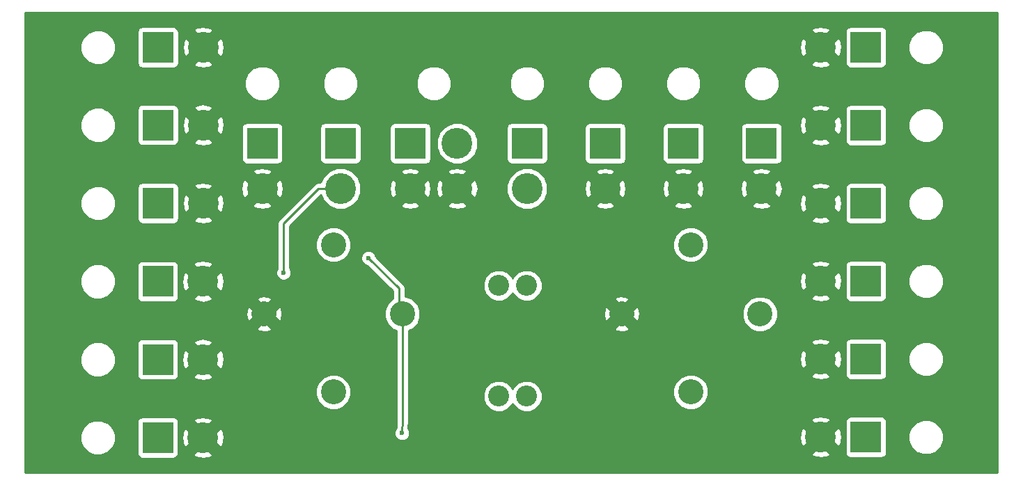
<source format=gbl>
G04 #@! TF.FileFunction,Copper,L2,Bot,Signal*
%FSLAX46Y46*%
G04 Gerber Fmt 4.6, Leading zero omitted, Abs format (unit mm)*
G04 Created by KiCad (PCBNEW 4.0.7) date 11/16/17 10:54:23*
%MOMM*%
%LPD*%
G01*
G04 APERTURE LIST*
%ADD10C,0.100000*%
%ADD11C,2.550000*%
%ADD12R,3.750000X3.750000*%
%ADD13C,3.750000*%
%ADD14C,3.050000*%
%ADD15C,0.600000*%
%ADD16C,0.250000*%
%ADD17C,0.254000*%
G04 APERTURE END LIST*
D10*
D11*
X181450000Y-112210000D03*
X184850000Y-112210000D03*
X184850000Y-98740000D03*
X181450000Y-98737000D03*
D12*
X140000000Y-107750000D03*
D13*
X145500000Y-107750000D03*
D12*
X140025000Y-69775000D03*
D13*
X145525000Y-69775000D03*
D12*
X152700000Y-81450000D03*
D13*
X152700000Y-86950000D03*
D12*
X140000000Y-117250000D03*
D13*
X145500000Y-117250000D03*
D12*
X140025000Y-79225000D03*
D13*
X145525000Y-79225000D03*
D12*
X140025000Y-88725000D03*
D13*
X145525000Y-88725000D03*
D12*
X140000000Y-98250000D03*
D13*
X145500000Y-98250000D03*
D12*
X162200000Y-81450000D03*
D13*
X162200000Y-86950000D03*
D12*
X184900000Y-81450000D03*
D13*
X184900000Y-86950000D03*
D12*
X226100000Y-69750000D03*
D13*
X220600000Y-69750000D03*
D12*
X226100000Y-79250000D03*
D13*
X220600000Y-79250000D03*
D12*
X226100000Y-88750000D03*
D13*
X220600000Y-88750000D03*
D12*
X226100000Y-98200000D03*
D13*
X220600000Y-98200000D03*
D12*
X203900000Y-81450000D03*
D13*
X203900000Y-86950000D03*
D12*
X213400000Y-81450000D03*
D13*
X213400000Y-86950000D03*
D12*
X226100000Y-117200000D03*
D13*
X220600000Y-117200000D03*
D12*
X194400000Y-81450000D03*
D13*
X194400000Y-86950000D03*
D12*
X226100000Y-107700000D03*
D13*
X220600000Y-107700000D03*
D12*
X170700000Y-81450000D03*
D13*
X176400000Y-81450000D03*
X170700000Y-86950000D03*
X176400000Y-86950000D03*
D14*
X161350000Y-111700000D03*
X169750000Y-102200000D03*
X152950000Y-102200000D03*
X161350000Y-93800000D03*
X204800000Y-111700000D03*
X213200000Y-102200000D03*
X196400000Y-102200000D03*
X204800000Y-93800000D03*
D15*
X151130000Y-120650000D03*
X173990000Y-120650000D03*
X217170000Y-120650000D03*
X200660000Y-120650000D03*
X165600000Y-95400000D03*
X169700000Y-116700000D03*
X155300000Y-97200000D03*
D16*
X169300000Y-99100000D02*
X169300000Y-101750000D01*
X165600000Y-95400000D02*
X169300000Y-99100000D01*
X169300000Y-101750000D02*
X169750000Y-102200000D01*
X169750000Y-115150000D02*
X169750000Y-102200000D01*
X169700000Y-116700000D02*
X169750000Y-115150000D01*
X162200000Y-86950000D02*
X159550000Y-86950000D01*
X155300000Y-91200000D02*
X155300000Y-97200000D01*
X159550000Y-86950000D02*
X155300000Y-91200000D01*
D17*
G36*
X242090000Y-121490000D02*
X123910000Y-121490000D01*
X123910000Y-117672815D01*
X130564630Y-117672815D01*
X130888980Y-118457800D01*
X131489041Y-119058909D01*
X132273459Y-119384628D01*
X133122815Y-119385370D01*
X133907800Y-119061020D01*
X134508909Y-118460959D01*
X134834628Y-117676541D01*
X134835370Y-116827185D01*
X134511020Y-116042200D01*
X133910959Y-115441091D01*
X133751795Y-115375000D01*
X137477560Y-115375000D01*
X137477560Y-119125000D01*
X137521838Y-119360317D01*
X137660910Y-119576441D01*
X137873110Y-119721431D01*
X138125000Y-119772440D01*
X141875000Y-119772440D01*
X142110317Y-119728162D01*
X142326441Y-119589090D01*
X142471431Y-119376890D01*
X142480982Y-119329721D01*
X144301335Y-119329721D01*
X144545025Y-119624320D01*
X145526331Y-119809039D01*
X146454975Y-119624320D01*
X146698665Y-119329721D01*
X146648666Y-119279721D01*
X219401335Y-119279721D01*
X219645025Y-119574320D01*
X220626331Y-119759039D01*
X221554975Y-119574320D01*
X221798665Y-119279721D01*
X220600000Y-118081055D01*
X219401335Y-119279721D01*
X146648666Y-119279721D01*
X145500000Y-118131055D01*
X144301335Y-119329721D01*
X142480982Y-119329721D01*
X142522440Y-119125000D01*
X142522440Y-117276331D01*
X142940961Y-117276331D01*
X143125680Y-118204975D01*
X143420279Y-118448665D01*
X144618945Y-117250000D01*
X146381055Y-117250000D01*
X147579721Y-118448665D01*
X147874320Y-118204975D01*
X148059039Y-117223669D01*
X147874320Y-116295025D01*
X147579721Y-116051335D01*
X146381055Y-117250000D01*
X144618945Y-117250000D01*
X143420279Y-116051335D01*
X143125680Y-116295025D01*
X142940961Y-117276331D01*
X142522440Y-117276331D01*
X142522440Y-115375000D01*
X142483920Y-115170279D01*
X144301335Y-115170279D01*
X145500000Y-116368945D01*
X146698665Y-115170279D01*
X146454975Y-114875680D01*
X145473669Y-114690961D01*
X144545025Y-114875680D01*
X144301335Y-115170279D01*
X142483920Y-115170279D01*
X142478162Y-115139683D01*
X142339090Y-114923559D01*
X142126890Y-114778569D01*
X141875000Y-114727560D01*
X138125000Y-114727560D01*
X137889683Y-114771838D01*
X137673559Y-114910910D01*
X137528569Y-115123110D01*
X137477560Y-115375000D01*
X133751795Y-115375000D01*
X133126541Y-115115372D01*
X132277185Y-115114630D01*
X131492200Y-115438980D01*
X130891091Y-116039041D01*
X130565372Y-116823459D01*
X130564630Y-117672815D01*
X123910000Y-117672815D01*
X123910000Y-112127766D01*
X159189626Y-112127766D01*
X159517773Y-112921943D01*
X160124861Y-113530091D01*
X160918464Y-113859624D01*
X161777766Y-113860374D01*
X162571943Y-113532227D01*
X163180091Y-112925139D01*
X163509624Y-112131536D01*
X163510374Y-111272234D01*
X163182227Y-110478057D01*
X162575139Y-109869909D01*
X161781536Y-109540376D01*
X160922234Y-109539626D01*
X160128057Y-109867773D01*
X159519909Y-110474861D01*
X159190376Y-111268464D01*
X159189626Y-112127766D01*
X123910000Y-112127766D01*
X123910000Y-108172815D01*
X130564630Y-108172815D01*
X130888980Y-108957800D01*
X131489041Y-109558909D01*
X132273459Y-109884628D01*
X133122815Y-109885370D01*
X133907800Y-109561020D01*
X134508909Y-108960959D01*
X134834628Y-108176541D01*
X134835370Y-107327185D01*
X134511020Y-106542200D01*
X133910959Y-105941091D01*
X133751795Y-105875000D01*
X137477560Y-105875000D01*
X137477560Y-109625000D01*
X137521838Y-109860317D01*
X137660910Y-110076441D01*
X137873110Y-110221431D01*
X138125000Y-110272440D01*
X141875000Y-110272440D01*
X142110317Y-110228162D01*
X142326441Y-110089090D01*
X142471431Y-109876890D01*
X142480982Y-109829721D01*
X144301335Y-109829721D01*
X144545025Y-110124320D01*
X145526331Y-110309039D01*
X146454975Y-110124320D01*
X146698665Y-109829721D01*
X145500000Y-108631055D01*
X144301335Y-109829721D01*
X142480982Y-109829721D01*
X142522440Y-109625000D01*
X142522440Y-107776331D01*
X142940961Y-107776331D01*
X143125680Y-108704975D01*
X143420279Y-108948665D01*
X144618945Y-107750000D01*
X146381055Y-107750000D01*
X147579721Y-108948665D01*
X147874320Y-108704975D01*
X148059039Y-107723669D01*
X147874320Y-106795025D01*
X147579721Y-106551335D01*
X146381055Y-107750000D01*
X144618945Y-107750000D01*
X143420279Y-106551335D01*
X143125680Y-106795025D01*
X142940961Y-107776331D01*
X142522440Y-107776331D01*
X142522440Y-105875000D01*
X142483920Y-105670279D01*
X144301335Y-105670279D01*
X145500000Y-106868945D01*
X146698665Y-105670279D01*
X146454975Y-105375680D01*
X145473669Y-105190961D01*
X144545025Y-105375680D01*
X144301335Y-105670279D01*
X142483920Y-105670279D01*
X142478162Y-105639683D01*
X142339090Y-105423559D01*
X142126890Y-105278569D01*
X141875000Y-105227560D01*
X138125000Y-105227560D01*
X137889683Y-105271838D01*
X137673559Y-105410910D01*
X137528569Y-105623110D01*
X137477560Y-105875000D01*
X133751795Y-105875000D01*
X133126541Y-105615372D01*
X132277185Y-105614630D01*
X131492200Y-105938980D01*
X130891091Y-106539041D01*
X130565372Y-107323459D01*
X130564630Y-108172815D01*
X123910000Y-108172815D01*
X123910000Y-104016761D01*
X152014294Y-104016761D01*
X152212402Y-104275127D01*
X153062665Y-104399434D01*
X153687598Y-104275127D01*
X153885706Y-104016761D01*
X152950000Y-103081055D01*
X152014294Y-104016761D01*
X123910000Y-104016761D01*
X123910000Y-102312665D01*
X150750566Y-102312665D01*
X150874873Y-102937598D01*
X151133239Y-103135706D01*
X152068945Y-102200000D01*
X153831055Y-102200000D01*
X154766761Y-103135706D01*
X155025127Y-102937598D01*
X155149434Y-102087335D01*
X155025127Y-101462402D01*
X154766761Y-101264294D01*
X153831055Y-102200000D01*
X152068945Y-102200000D01*
X151133239Y-101264294D01*
X150874873Y-101462402D01*
X150750566Y-102312665D01*
X123910000Y-102312665D01*
X123910000Y-98672815D01*
X130564630Y-98672815D01*
X130888980Y-99457800D01*
X131489041Y-100058909D01*
X132273459Y-100384628D01*
X133122815Y-100385370D01*
X133907800Y-100061020D01*
X134508909Y-99460959D01*
X134834628Y-98676541D01*
X134835370Y-97827185D01*
X134511020Y-97042200D01*
X133910959Y-96441091D01*
X133751795Y-96375000D01*
X137477560Y-96375000D01*
X137477560Y-100125000D01*
X137521838Y-100360317D01*
X137660910Y-100576441D01*
X137873110Y-100721431D01*
X138125000Y-100772440D01*
X141875000Y-100772440D01*
X142110317Y-100728162D01*
X142326441Y-100589090D01*
X142471431Y-100376890D01*
X142480982Y-100329721D01*
X144301335Y-100329721D01*
X144545025Y-100624320D01*
X145526331Y-100809039D01*
X146454975Y-100624320D01*
X146654395Y-100383239D01*
X152014294Y-100383239D01*
X152950000Y-101318945D01*
X153885706Y-100383239D01*
X153687598Y-100124873D01*
X152837335Y-100000566D01*
X152212402Y-100124873D01*
X152014294Y-100383239D01*
X146654395Y-100383239D01*
X146698665Y-100329721D01*
X145500000Y-99131055D01*
X144301335Y-100329721D01*
X142480982Y-100329721D01*
X142522440Y-100125000D01*
X142522440Y-98276331D01*
X142940961Y-98276331D01*
X143125680Y-99204975D01*
X143420279Y-99448665D01*
X144618945Y-98250000D01*
X146381055Y-98250000D01*
X147579721Y-99448665D01*
X147874320Y-99204975D01*
X148059039Y-98223669D01*
X147892251Y-97385167D01*
X154364838Y-97385167D01*
X154506883Y-97728943D01*
X154769673Y-97992192D01*
X155113201Y-98134838D01*
X155485167Y-98135162D01*
X155828943Y-97993117D01*
X156092192Y-97730327D01*
X156234838Y-97386799D01*
X156235162Y-97014833D01*
X156093117Y-96671057D01*
X156060000Y-96637882D01*
X156060000Y-94227766D01*
X159189626Y-94227766D01*
X159517773Y-95021943D01*
X160124861Y-95630091D01*
X160918464Y-95959624D01*
X161777766Y-95960374D01*
X162571943Y-95632227D01*
X162619085Y-95585167D01*
X164664838Y-95585167D01*
X164806883Y-95928943D01*
X165069673Y-96192192D01*
X165413201Y-96334838D01*
X165460077Y-96334879D01*
X168540000Y-99414802D01*
X168540000Y-100362838D01*
X168528057Y-100367773D01*
X167919909Y-100974861D01*
X167590376Y-101768464D01*
X167589626Y-102627766D01*
X167917773Y-103421943D01*
X168524861Y-104030091D01*
X168990000Y-104223234D01*
X168990000Y-115137742D01*
X168958339Y-116119230D01*
X168907808Y-116169673D01*
X168765162Y-116513201D01*
X168764838Y-116885167D01*
X168906883Y-117228943D01*
X169169673Y-117492192D01*
X169513201Y-117634838D01*
X169885167Y-117635162D01*
X170228943Y-117493117D01*
X170492192Y-117230327D01*
X170493851Y-117226331D01*
X218040961Y-117226331D01*
X218225680Y-118154975D01*
X218520279Y-118398665D01*
X219718945Y-117200000D01*
X221481055Y-117200000D01*
X222679721Y-118398665D01*
X222974320Y-118154975D01*
X223159039Y-117173669D01*
X222974320Y-116245025D01*
X222679721Y-116001335D01*
X221481055Y-117200000D01*
X219718945Y-117200000D01*
X218520279Y-116001335D01*
X218225680Y-116245025D01*
X218040961Y-117226331D01*
X170493851Y-117226331D01*
X170634838Y-116886799D01*
X170635162Y-116514833D01*
X170493117Y-116171057D01*
X170477948Y-116155862D01*
X170509605Y-115174504D01*
X170507570Y-115162216D01*
X170510000Y-115150000D01*
X170510000Y-115120279D01*
X219401335Y-115120279D01*
X220600000Y-116318945D01*
X221593944Y-115325000D01*
X223577560Y-115325000D01*
X223577560Y-119075000D01*
X223621838Y-119310317D01*
X223760910Y-119526441D01*
X223973110Y-119671431D01*
X224225000Y-119722440D01*
X227975000Y-119722440D01*
X228210317Y-119678162D01*
X228426441Y-119539090D01*
X228571431Y-119326890D01*
X228622440Y-119075000D01*
X228622440Y-117622815D01*
X231264630Y-117622815D01*
X231588980Y-118407800D01*
X232189041Y-119008909D01*
X232973459Y-119334628D01*
X233822815Y-119335370D01*
X234607800Y-119011020D01*
X235208909Y-118410959D01*
X235534628Y-117626541D01*
X235535370Y-116777185D01*
X235211020Y-115992200D01*
X234610959Y-115391091D01*
X233826541Y-115065372D01*
X232977185Y-115064630D01*
X232192200Y-115388980D01*
X231591091Y-115989041D01*
X231265372Y-116773459D01*
X231264630Y-117622815D01*
X228622440Y-117622815D01*
X228622440Y-115325000D01*
X228578162Y-115089683D01*
X228439090Y-114873559D01*
X228226890Y-114728569D01*
X227975000Y-114677560D01*
X224225000Y-114677560D01*
X223989683Y-114721838D01*
X223773559Y-114860910D01*
X223628569Y-115073110D01*
X223577560Y-115325000D01*
X221593944Y-115325000D01*
X221798665Y-115120279D01*
X221554975Y-114825680D01*
X220573669Y-114640961D01*
X219645025Y-114825680D01*
X219401335Y-115120279D01*
X170510000Y-115120279D01*
X170510000Y-112588256D01*
X179539669Y-112588256D01*
X179829837Y-113290515D01*
X180366659Y-113828275D01*
X181068411Y-114119668D01*
X181828256Y-114120331D01*
X182530515Y-113830163D01*
X183068275Y-113293341D01*
X183149841Y-113096909D01*
X183229837Y-113290515D01*
X183766659Y-113828275D01*
X184468411Y-114119668D01*
X185228256Y-114120331D01*
X185930515Y-113830163D01*
X186468275Y-113293341D01*
X186759668Y-112591589D01*
X186760072Y-112127766D01*
X202639626Y-112127766D01*
X202967773Y-112921943D01*
X203574861Y-113530091D01*
X204368464Y-113859624D01*
X205227766Y-113860374D01*
X206021943Y-113532227D01*
X206630091Y-112925139D01*
X206959624Y-112131536D01*
X206960374Y-111272234D01*
X206632227Y-110478057D01*
X206025139Y-109869909D01*
X205807943Y-109779721D01*
X219401335Y-109779721D01*
X219645025Y-110074320D01*
X220626331Y-110259039D01*
X221554975Y-110074320D01*
X221798665Y-109779721D01*
X220600000Y-108581055D01*
X219401335Y-109779721D01*
X205807943Y-109779721D01*
X205231536Y-109540376D01*
X204372234Y-109539626D01*
X203578057Y-109867773D01*
X202969909Y-110474861D01*
X202640376Y-111268464D01*
X202639626Y-112127766D01*
X186760072Y-112127766D01*
X186760331Y-111831744D01*
X186470163Y-111129485D01*
X185933341Y-110591725D01*
X185231589Y-110300332D01*
X184471744Y-110299669D01*
X183769485Y-110589837D01*
X183231725Y-111126659D01*
X183150159Y-111323091D01*
X183070163Y-111129485D01*
X182533341Y-110591725D01*
X181831589Y-110300332D01*
X181071744Y-110299669D01*
X180369485Y-110589837D01*
X179831725Y-111126659D01*
X179540332Y-111828411D01*
X179539669Y-112588256D01*
X170510000Y-112588256D01*
X170510000Y-107726331D01*
X218040961Y-107726331D01*
X218225680Y-108654975D01*
X218520279Y-108898665D01*
X219718945Y-107700000D01*
X221481055Y-107700000D01*
X222679721Y-108898665D01*
X222974320Y-108654975D01*
X223159039Y-107673669D01*
X222974320Y-106745025D01*
X222679721Y-106501335D01*
X221481055Y-107700000D01*
X219718945Y-107700000D01*
X218520279Y-106501335D01*
X218225680Y-106745025D01*
X218040961Y-107726331D01*
X170510000Y-107726331D01*
X170510000Y-105620279D01*
X219401335Y-105620279D01*
X220600000Y-106818945D01*
X221593944Y-105825000D01*
X223577560Y-105825000D01*
X223577560Y-109575000D01*
X223621838Y-109810317D01*
X223760910Y-110026441D01*
X223973110Y-110171431D01*
X224225000Y-110222440D01*
X227975000Y-110222440D01*
X228210317Y-110178162D01*
X228426441Y-110039090D01*
X228571431Y-109826890D01*
X228622440Y-109575000D01*
X228622440Y-108122815D01*
X231264630Y-108122815D01*
X231588980Y-108907800D01*
X232189041Y-109508909D01*
X232973459Y-109834628D01*
X233822815Y-109835370D01*
X234607800Y-109511020D01*
X235208909Y-108910959D01*
X235534628Y-108126541D01*
X235535370Y-107277185D01*
X235211020Y-106492200D01*
X234610959Y-105891091D01*
X233826541Y-105565372D01*
X232977185Y-105564630D01*
X232192200Y-105888980D01*
X231591091Y-106489041D01*
X231265372Y-107273459D01*
X231264630Y-108122815D01*
X228622440Y-108122815D01*
X228622440Y-105825000D01*
X228578162Y-105589683D01*
X228439090Y-105373559D01*
X228226890Y-105228569D01*
X227975000Y-105177560D01*
X224225000Y-105177560D01*
X223989683Y-105221838D01*
X223773559Y-105360910D01*
X223628569Y-105573110D01*
X223577560Y-105825000D01*
X221593944Y-105825000D01*
X221798665Y-105620279D01*
X221554975Y-105325680D01*
X220573669Y-105140961D01*
X219645025Y-105325680D01*
X219401335Y-105620279D01*
X170510000Y-105620279D01*
X170510000Y-104223098D01*
X170971943Y-104032227D01*
X170987436Y-104016761D01*
X195464294Y-104016761D01*
X195662402Y-104275127D01*
X196512665Y-104399434D01*
X197137598Y-104275127D01*
X197335706Y-104016761D01*
X196400000Y-103081055D01*
X195464294Y-104016761D01*
X170987436Y-104016761D01*
X171580091Y-103425139D01*
X171909624Y-102631536D01*
X171909902Y-102312665D01*
X194200566Y-102312665D01*
X194324873Y-102937598D01*
X194583239Y-103135706D01*
X195518945Y-102200000D01*
X197281055Y-102200000D01*
X198216761Y-103135706D01*
X198475127Y-102937598D01*
X198520423Y-102627766D01*
X211039626Y-102627766D01*
X211367773Y-103421943D01*
X211974861Y-104030091D01*
X212768464Y-104359624D01*
X213627766Y-104360374D01*
X214421943Y-104032227D01*
X215030091Y-103425139D01*
X215359624Y-102631536D01*
X215360374Y-101772234D01*
X215032227Y-100978057D01*
X214425139Y-100369909D01*
X214207943Y-100279721D01*
X219401335Y-100279721D01*
X219645025Y-100574320D01*
X220626331Y-100759039D01*
X221554975Y-100574320D01*
X221798665Y-100279721D01*
X220600000Y-99081055D01*
X219401335Y-100279721D01*
X214207943Y-100279721D01*
X213631536Y-100040376D01*
X212772234Y-100039626D01*
X211978057Y-100367773D01*
X211369909Y-100974861D01*
X211040376Y-101768464D01*
X211039626Y-102627766D01*
X198520423Y-102627766D01*
X198599434Y-102087335D01*
X198475127Y-101462402D01*
X198216761Y-101264294D01*
X197281055Y-102200000D01*
X195518945Y-102200000D01*
X194583239Y-101264294D01*
X194324873Y-101462402D01*
X194200566Y-102312665D01*
X171909902Y-102312665D01*
X171910374Y-101772234D01*
X171582227Y-100978057D01*
X170975139Y-100369909D01*
X170181536Y-100040376D01*
X170060000Y-100040270D01*
X170060000Y-99115256D01*
X179539669Y-99115256D01*
X179829837Y-99817515D01*
X180366659Y-100355275D01*
X181068411Y-100646668D01*
X181828256Y-100647331D01*
X182530515Y-100357163D01*
X183068275Y-99820341D01*
X183149219Y-99625406D01*
X183229837Y-99820515D01*
X183766659Y-100358275D01*
X184468411Y-100649668D01*
X185228256Y-100650331D01*
X185874666Y-100383239D01*
X195464294Y-100383239D01*
X196400000Y-101318945D01*
X197335706Y-100383239D01*
X197137598Y-100124873D01*
X196287335Y-100000566D01*
X195662402Y-100124873D01*
X195464294Y-100383239D01*
X185874666Y-100383239D01*
X185930515Y-100360163D01*
X186468275Y-99823341D01*
X186759668Y-99121589D01*
X186760331Y-98361744D01*
X186704380Y-98226331D01*
X218040961Y-98226331D01*
X218225680Y-99154975D01*
X218520279Y-99398665D01*
X219718945Y-98200000D01*
X221481055Y-98200000D01*
X222679721Y-99398665D01*
X222974320Y-99154975D01*
X223159039Y-98173669D01*
X222974320Y-97245025D01*
X222679721Y-97001335D01*
X221481055Y-98200000D01*
X219718945Y-98200000D01*
X218520279Y-97001335D01*
X218225680Y-97245025D01*
X218040961Y-98226331D01*
X186704380Y-98226331D01*
X186470163Y-97659485D01*
X185933341Y-97121725D01*
X185231589Y-96830332D01*
X184471744Y-96829669D01*
X183769485Y-97119837D01*
X183231725Y-97656659D01*
X183150781Y-97851594D01*
X183070163Y-97656485D01*
X182533341Y-97118725D01*
X181831589Y-96827332D01*
X181071744Y-96826669D01*
X180369485Y-97116837D01*
X179831725Y-97653659D01*
X179540332Y-98355411D01*
X179539669Y-99115256D01*
X170060000Y-99115256D01*
X170060000Y-99100000D01*
X170002148Y-98809161D01*
X170002148Y-98809160D01*
X169837401Y-98562599D01*
X167395081Y-96120279D01*
X219401335Y-96120279D01*
X220600000Y-97318945D01*
X221593944Y-96325000D01*
X223577560Y-96325000D01*
X223577560Y-100075000D01*
X223621838Y-100310317D01*
X223760910Y-100526441D01*
X223973110Y-100671431D01*
X224225000Y-100722440D01*
X227975000Y-100722440D01*
X228210317Y-100678162D01*
X228426441Y-100539090D01*
X228571431Y-100326890D01*
X228622440Y-100075000D01*
X228622440Y-98622815D01*
X231264630Y-98622815D01*
X231588980Y-99407800D01*
X232189041Y-100008909D01*
X232973459Y-100334628D01*
X233822815Y-100335370D01*
X234607800Y-100011020D01*
X235208909Y-99410959D01*
X235534628Y-98626541D01*
X235535370Y-97777185D01*
X235211020Y-96992200D01*
X234610959Y-96391091D01*
X233826541Y-96065372D01*
X232977185Y-96064630D01*
X232192200Y-96388980D01*
X231591091Y-96989041D01*
X231265372Y-97773459D01*
X231264630Y-98622815D01*
X228622440Y-98622815D01*
X228622440Y-96325000D01*
X228578162Y-96089683D01*
X228439090Y-95873559D01*
X228226890Y-95728569D01*
X227975000Y-95677560D01*
X224225000Y-95677560D01*
X223989683Y-95721838D01*
X223773559Y-95860910D01*
X223628569Y-96073110D01*
X223577560Y-96325000D01*
X221593944Y-96325000D01*
X221798665Y-96120279D01*
X221554975Y-95825680D01*
X220573669Y-95640961D01*
X219645025Y-95825680D01*
X219401335Y-96120279D01*
X167395081Y-96120279D01*
X166535122Y-95260320D01*
X166535162Y-95214833D01*
X166393117Y-94871057D01*
X166130327Y-94607808D01*
X165786799Y-94465162D01*
X165414833Y-94464838D01*
X165071057Y-94606883D01*
X164807808Y-94869673D01*
X164665162Y-95213201D01*
X164664838Y-95585167D01*
X162619085Y-95585167D01*
X163180091Y-95025139D01*
X163509624Y-94231536D01*
X163509627Y-94227766D01*
X202639626Y-94227766D01*
X202967773Y-95021943D01*
X203574861Y-95630091D01*
X204368464Y-95959624D01*
X205227766Y-95960374D01*
X206021943Y-95632227D01*
X206630091Y-95025139D01*
X206959624Y-94231536D01*
X206960374Y-93372234D01*
X206632227Y-92578057D01*
X206025139Y-91969909D01*
X205231536Y-91640376D01*
X204372234Y-91639626D01*
X203578057Y-91967773D01*
X202969909Y-92574861D01*
X202640376Y-93368464D01*
X202639626Y-94227766D01*
X163509627Y-94227766D01*
X163510374Y-93372234D01*
X163182227Y-92578057D01*
X162575139Y-91969909D01*
X161781536Y-91640376D01*
X160922234Y-91639626D01*
X160128057Y-91967773D01*
X159519909Y-92574861D01*
X159190376Y-93368464D01*
X159189626Y-94227766D01*
X156060000Y-94227766D01*
X156060000Y-91514802D01*
X156745081Y-90829721D01*
X219401335Y-90829721D01*
X219645025Y-91124320D01*
X220626331Y-91309039D01*
X221554975Y-91124320D01*
X221798665Y-90829721D01*
X220600000Y-89631055D01*
X219401335Y-90829721D01*
X156745081Y-90829721D01*
X159817674Y-87757128D01*
X160070885Y-88369943D01*
X160776343Y-89076634D01*
X161698540Y-89459564D01*
X162697080Y-89460435D01*
X163619943Y-89079115D01*
X163669423Y-89029721D01*
X169501335Y-89029721D01*
X169745025Y-89324320D01*
X170726331Y-89509039D01*
X171654975Y-89324320D01*
X171898665Y-89029721D01*
X175201335Y-89029721D01*
X175445025Y-89324320D01*
X176426331Y-89509039D01*
X177354975Y-89324320D01*
X177598665Y-89029721D01*
X176400000Y-87831055D01*
X175201335Y-89029721D01*
X171898665Y-89029721D01*
X170700000Y-87831055D01*
X169501335Y-89029721D01*
X163669423Y-89029721D01*
X164326634Y-88373657D01*
X164709564Y-87451460D01*
X164709978Y-86976331D01*
X168140961Y-86976331D01*
X168325680Y-87904975D01*
X168620279Y-88148665D01*
X169818945Y-86950000D01*
X171581055Y-86950000D01*
X172779721Y-88148665D01*
X173074320Y-87904975D01*
X173249126Y-86976331D01*
X173840961Y-86976331D01*
X174025680Y-87904975D01*
X174320279Y-88148665D01*
X175518945Y-86950000D01*
X177281055Y-86950000D01*
X178479721Y-88148665D01*
X178774320Y-87904975D01*
X178860513Y-87447080D01*
X182389565Y-87447080D01*
X182770885Y-88369943D01*
X183476343Y-89076634D01*
X184398540Y-89459564D01*
X185397080Y-89460435D01*
X186319943Y-89079115D01*
X186369423Y-89029721D01*
X193201335Y-89029721D01*
X193445025Y-89324320D01*
X194426331Y-89509039D01*
X195354975Y-89324320D01*
X195598665Y-89029721D01*
X202701335Y-89029721D01*
X202945025Y-89324320D01*
X203926331Y-89509039D01*
X204854975Y-89324320D01*
X205098665Y-89029721D01*
X212201335Y-89029721D01*
X212445025Y-89324320D01*
X213426331Y-89509039D01*
X214354975Y-89324320D01*
X214598665Y-89029721D01*
X214345276Y-88776331D01*
X218040961Y-88776331D01*
X218225680Y-89704975D01*
X218520279Y-89948665D01*
X219718945Y-88750000D01*
X221481055Y-88750000D01*
X222679721Y-89948665D01*
X222974320Y-89704975D01*
X223159039Y-88723669D01*
X222974320Y-87795025D01*
X222679721Y-87551335D01*
X221481055Y-88750000D01*
X219718945Y-88750000D01*
X218520279Y-87551335D01*
X218225680Y-87795025D01*
X218040961Y-88776331D01*
X214345276Y-88776331D01*
X213400000Y-87831055D01*
X212201335Y-89029721D01*
X205098665Y-89029721D01*
X203900000Y-87831055D01*
X202701335Y-89029721D01*
X195598665Y-89029721D01*
X194400000Y-87831055D01*
X193201335Y-89029721D01*
X186369423Y-89029721D01*
X187026634Y-88373657D01*
X187409564Y-87451460D01*
X187409978Y-86976331D01*
X191840961Y-86976331D01*
X192025680Y-87904975D01*
X192320279Y-88148665D01*
X193518945Y-86950000D01*
X195281055Y-86950000D01*
X196479721Y-88148665D01*
X196774320Y-87904975D01*
X196949126Y-86976331D01*
X201340961Y-86976331D01*
X201525680Y-87904975D01*
X201820279Y-88148665D01*
X203018945Y-86950000D01*
X204781055Y-86950000D01*
X205979721Y-88148665D01*
X206274320Y-87904975D01*
X206449126Y-86976331D01*
X210840961Y-86976331D01*
X211025680Y-87904975D01*
X211320279Y-88148665D01*
X212518945Y-86950000D01*
X214281055Y-86950000D01*
X215479721Y-88148665D01*
X215774320Y-87904975D01*
X215959039Y-86923669D01*
X215908637Y-86670279D01*
X219401335Y-86670279D01*
X220600000Y-87868945D01*
X221593944Y-86875000D01*
X223577560Y-86875000D01*
X223577560Y-90625000D01*
X223621838Y-90860317D01*
X223760910Y-91076441D01*
X223973110Y-91221431D01*
X224225000Y-91272440D01*
X227975000Y-91272440D01*
X228210317Y-91228162D01*
X228426441Y-91089090D01*
X228571431Y-90876890D01*
X228622440Y-90625000D01*
X228622440Y-89172815D01*
X231264630Y-89172815D01*
X231588980Y-89957800D01*
X232189041Y-90558909D01*
X232973459Y-90884628D01*
X233822815Y-90885370D01*
X234607800Y-90561020D01*
X235208909Y-89960959D01*
X235534628Y-89176541D01*
X235535370Y-88327185D01*
X235211020Y-87542200D01*
X234610959Y-86941091D01*
X233826541Y-86615372D01*
X232977185Y-86614630D01*
X232192200Y-86938980D01*
X231591091Y-87539041D01*
X231265372Y-88323459D01*
X231264630Y-89172815D01*
X228622440Y-89172815D01*
X228622440Y-86875000D01*
X228578162Y-86639683D01*
X228439090Y-86423559D01*
X228226890Y-86278569D01*
X227975000Y-86227560D01*
X224225000Y-86227560D01*
X223989683Y-86271838D01*
X223773559Y-86410910D01*
X223628569Y-86623110D01*
X223577560Y-86875000D01*
X221593944Y-86875000D01*
X221798665Y-86670279D01*
X221554975Y-86375680D01*
X220573669Y-86190961D01*
X219645025Y-86375680D01*
X219401335Y-86670279D01*
X215908637Y-86670279D01*
X215774320Y-85995025D01*
X215479721Y-85751335D01*
X214281055Y-86950000D01*
X212518945Y-86950000D01*
X211320279Y-85751335D01*
X211025680Y-85995025D01*
X210840961Y-86976331D01*
X206449126Y-86976331D01*
X206459039Y-86923669D01*
X206274320Y-85995025D01*
X205979721Y-85751335D01*
X204781055Y-86950000D01*
X203018945Y-86950000D01*
X201820279Y-85751335D01*
X201525680Y-85995025D01*
X201340961Y-86976331D01*
X196949126Y-86976331D01*
X196959039Y-86923669D01*
X196774320Y-85995025D01*
X196479721Y-85751335D01*
X195281055Y-86950000D01*
X193518945Y-86950000D01*
X192320279Y-85751335D01*
X192025680Y-85995025D01*
X191840961Y-86976331D01*
X187409978Y-86976331D01*
X187410435Y-86452920D01*
X187029115Y-85530057D01*
X186370489Y-84870279D01*
X193201335Y-84870279D01*
X194400000Y-86068945D01*
X195598665Y-84870279D01*
X202701335Y-84870279D01*
X203900000Y-86068945D01*
X205098665Y-84870279D01*
X212201335Y-84870279D01*
X213400000Y-86068945D01*
X214598665Y-84870279D01*
X214354975Y-84575680D01*
X213373669Y-84390961D01*
X212445025Y-84575680D01*
X212201335Y-84870279D01*
X205098665Y-84870279D01*
X204854975Y-84575680D01*
X203873669Y-84390961D01*
X202945025Y-84575680D01*
X202701335Y-84870279D01*
X195598665Y-84870279D01*
X195354975Y-84575680D01*
X194373669Y-84390961D01*
X193445025Y-84575680D01*
X193201335Y-84870279D01*
X186370489Y-84870279D01*
X186323657Y-84823366D01*
X185401460Y-84440436D01*
X184402920Y-84439565D01*
X183480057Y-84820885D01*
X182773366Y-85526343D01*
X182390436Y-86448540D01*
X182389565Y-87447080D01*
X178860513Y-87447080D01*
X178959039Y-86923669D01*
X178774320Y-85995025D01*
X178479721Y-85751335D01*
X177281055Y-86950000D01*
X175518945Y-86950000D01*
X174320279Y-85751335D01*
X174025680Y-85995025D01*
X173840961Y-86976331D01*
X173249126Y-86976331D01*
X173259039Y-86923669D01*
X173074320Y-85995025D01*
X172779721Y-85751335D01*
X171581055Y-86950000D01*
X169818945Y-86950000D01*
X168620279Y-85751335D01*
X168325680Y-85995025D01*
X168140961Y-86976331D01*
X164709978Y-86976331D01*
X164710435Y-86452920D01*
X164329115Y-85530057D01*
X163670489Y-84870279D01*
X169501335Y-84870279D01*
X170700000Y-86068945D01*
X171898665Y-84870279D01*
X175201335Y-84870279D01*
X176400000Y-86068945D01*
X177598665Y-84870279D01*
X177354975Y-84575680D01*
X176373669Y-84390961D01*
X175445025Y-84575680D01*
X175201335Y-84870279D01*
X171898665Y-84870279D01*
X171654975Y-84575680D01*
X170673669Y-84390961D01*
X169745025Y-84575680D01*
X169501335Y-84870279D01*
X163670489Y-84870279D01*
X163623657Y-84823366D01*
X162701460Y-84440436D01*
X161702920Y-84439565D01*
X160780057Y-84820885D01*
X160073366Y-85526343D01*
X159797791Y-86190000D01*
X159550000Y-86190000D01*
X159259161Y-86247852D01*
X159012599Y-86412599D01*
X154762599Y-90662599D01*
X154597852Y-90909161D01*
X154540000Y-91200000D01*
X154540000Y-96637537D01*
X154507808Y-96669673D01*
X154365162Y-97013201D01*
X154364838Y-97385167D01*
X147892251Y-97385167D01*
X147874320Y-97295025D01*
X147579721Y-97051335D01*
X146381055Y-98250000D01*
X144618945Y-98250000D01*
X143420279Y-97051335D01*
X143125680Y-97295025D01*
X142940961Y-98276331D01*
X142522440Y-98276331D01*
X142522440Y-96375000D01*
X142483920Y-96170279D01*
X144301335Y-96170279D01*
X145500000Y-97368945D01*
X146698665Y-96170279D01*
X146454975Y-95875680D01*
X145473669Y-95690961D01*
X144545025Y-95875680D01*
X144301335Y-96170279D01*
X142483920Y-96170279D01*
X142478162Y-96139683D01*
X142339090Y-95923559D01*
X142126890Y-95778569D01*
X141875000Y-95727560D01*
X138125000Y-95727560D01*
X137889683Y-95771838D01*
X137673559Y-95910910D01*
X137528569Y-96123110D01*
X137477560Y-96375000D01*
X133751795Y-96375000D01*
X133126541Y-96115372D01*
X132277185Y-96114630D01*
X131492200Y-96438980D01*
X130891091Y-97039041D01*
X130565372Y-97823459D01*
X130564630Y-98672815D01*
X123910000Y-98672815D01*
X123910000Y-89147815D01*
X130589630Y-89147815D01*
X130913980Y-89932800D01*
X131514041Y-90533909D01*
X132298459Y-90859628D01*
X133147815Y-90860370D01*
X133932800Y-90536020D01*
X134533909Y-89935959D01*
X134859628Y-89151541D01*
X134860370Y-88302185D01*
X134536020Y-87517200D01*
X133935959Y-86916091D01*
X133776795Y-86850000D01*
X137502560Y-86850000D01*
X137502560Y-90600000D01*
X137546838Y-90835317D01*
X137685910Y-91051441D01*
X137898110Y-91196431D01*
X138150000Y-91247440D01*
X141900000Y-91247440D01*
X142135317Y-91203162D01*
X142351441Y-91064090D01*
X142496431Y-90851890D01*
X142505982Y-90804721D01*
X144326335Y-90804721D01*
X144570025Y-91099320D01*
X145551331Y-91284039D01*
X146479975Y-91099320D01*
X146723665Y-90804721D01*
X145525000Y-89606055D01*
X144326335Y-90804721D01*
X142505982Y-90804721D01*
X142547440Y-90600000D01*
X142547440Y-88751331D01*
X142965961Y-88751331D01*
X143150680Y-89679975D01*
X143445279Y-89923665D01*
X144643945Y-88725000D01*
X146406055Y-88725000D01*
X147604721Y-89923665D01*
X147899320Y-89679975D01*
X148021722Y-89029721D01*
X151501335Y-89029721D01*
X151745025Y-89324320D01*
X152726331Y-89509039D01*
X153654975Y-89324320D01*
X153898665Y-89029721D01*
X152700000Y-87831055D01*
X151501335Y-89029721D01*
X148021722Y-89029721D01*
X148084039Y-88698669D01*
X147899320Y-87770025D01*
X147604721Y-87526335D01*
X146406055Y-88725000D01*
X144643945Y-88725000D01*
X143445279Y-87526335D01*
X143150680Y-87770025D01*
X142965961Y-88751331D01*
X142547440Y-88751331D01*
X142547440Y-86850000D01*
X142508920Y-86645279D01*
X144326335Y-86645279D01*
X145525000Y-87843945D01*
X146392613Y-86976331D01*
X150140961Y-86976331D01*
X150325680Y-87904975D01*
X150620279Y-88148665D01*
X151818945Y-86950000D01*
X153581055Y-86950000D01*
X154779721Y-88148665D01*
X155074320Y-87904975D01*
X155259039Y-86923669D01*
X155074320Y-85995025D01*
X154779721Y-85751335D01*
X153581055Y-86950000D01*
X151818945Y-86950000D01*
X150620279Y-85751335D01*
X150325680Y-85995025D01*
X150140961Y-86976331D01*
X146392613Y-86976331D01*
X146723665Y-86645279D01*
X146479975Y-86350680D01*
X145498669Y-86165961D01*
X144570025Y-86350680D01*
X144326335Y-86645279D01*
X142508920Y-86645279D01*
X142503162Y-86614683D01*
X142364090Y-86398559D01*
X142151890Y-86253569D01*
X141900000Y-86202560D01*
X138150000Y-86202560D01*
X137914683Y-86246838D01*
X137698559Y-86385910D01*
X137553569Y-86598110D01*
X137502560Y-86850000D01*
X133776795Y-86850000D01*
X133151541Y-86590372D01*
X132302185Y-86589630D01*
X131517200Y-86913980D01*
X130916091Y-87514041D01*
X130590372Y-88298459D01*
X130589630Y-89147815D01*
X123910000Y-89147815D01*
X123910000Y-84870279D01*
X151501335Y-84870279D01*
X152700000Y-86068945D01*
X153898665Y-84870279D01*
X153654975Y-84575680D01*
X152673669Y-84390961D01*
X151745025Y-84575680D01*
X151501335Y-84870279D01*
X123910000Y-84870279D01*
X123910000Y-79647815D01*
X130589630Y-79647815D01*
X130913980Y-80432800D01*
X131514041Y-81033909D01*
X132298459Y-81359628D01*
X133147815Y-81360370D01*
X133932800Y-81036020D01*
X134533909Y-80435959D01*
X134859628Y-79651541D01*
X134860370Y-78802185D01*
X134536020Y-78017200D01*
X133935959Y-77416091D01*
X133776795Y-77350000D01*
X137502560Y-77350000D01*
X137502560Y-81100000D01*
X137546838Y-81335317D01*
X137685910Y-81551441D01*
X137898110Y-81696431D01*
X138150000Y-81747440D01*
X141900000Y-81747440D01*
X142135317Y-81703162D01*
X142351441Y-81564090D01*
X142496431Y-81351890D01*
X142505982Y-81304721D01*
X144326335Y-81304721D01*
X144570025Y-81599320D01*
X145551331Y-81784039D01*
X146479975Y-81599320D01*
X146723665Y-81304721D01*
X145525000Y-80106055D01*
X144326335Y-81304721D01*
X142505982Y-81304721D01*
X142547440Y-81100000D01*
X142547440Y-79251331D01*
X142965961Y-79251331D01*
X143150680Y-80179975D01*
X143445279Y-80423665D01*
X144643945Y-79225000D01*
X146406055Y-79225000D01*
X147604721Y-80423665D01*
X147899320Y-80179975D01*
X148013199Y-79575000D01*
X150177560Y-79575000D01*
X150177560Y-83325000D01*
X150221838Y-83560317D01*
X150360910Y-83776441D01*
X150573110Y-83921431D01*
X150825000Y-83972440D01*
X154575000Y-83972440D01*
X154810317Y-83928162D01*
X155026441Y-83789090D01*
X155171431Y-83576890D01*
X155222440Y-83325000D01*
X155222440Y-79575000D01*
X159677560Y-79575000D01*
X159677560Y-83325000D01*
X159721838Y-83560317D01*
X159860910Y-83776441D01*
X160073110Y-83921431D01*
X160325000Y-83972440D01*
X164075000Y-83972440D01*
X164310317Y-83928162D01*
X164526441Y-83789090D01*
X164671431Y-83576890D01*
X164722440Y-83325000D01*
X164722440Y-79575000D01*
X168177560Y-79575000D01*
X168177560Y-83325000D01*
X168221838Y-83560317D01*
X168360910Y-83776441D01*
X168573110Y-83921431D01*
X168825000Y-83972440D01*
X172575000Y-83972440D01*
X172810317Y-83928162D01*
X173026441Y-83789090D01*
X173171431Y-83576890D01*
X173222440Y-83325000D01*
X173222440Y-81947080D01*
X173889565Y-81947080D01*
X174270885Y-82869943D01*
X174976343Y-83576634D01*
X175898540Y-83959564D01*
X176897080Y-83960435D01*
X177819943Y-83579115D01*
X178526634Y-82873657D01*
X178909564Y-81951460D01*
X178910435Y-80952920D01*
X178529115Y-80030057D01*
X178074852Y-79575000D01*
X182377560Y-79575000D01*
X182377560Y-83325000D01*
X182421838Y-83560317D01*
X182560910Y-83776441D01*
X182773110Y-83921431D01*
X183025000Y-83972440D01*
X186775000Y-83972440D01*
X187010317Y-83928162D01*
X187226441Y-83789090D01*
X187371431Y-83576890D01*
X187422440Y-83325000D01*
X187422440Y-79575000D01*
X191877560Y-79575000D01*
X191877560Y-83325000D01*
X191921838Y-83560317D01*
X192060910Y-83776441D01*
X192273110Y-83921431D01*
X192525000Y-83972440D01*
X196275000Y-83972440D01*
X196510317Y-83928162D01*
X196726441Y-83789090D01*
X196871431Y-83576890D01*
X196922440Y-83325000D01*
X196922440Y-79575000D01*
X201377560Y-79575000D01*
X201377560Y-83325000D01*
X201421838Y-83560317D01*
X201560910Y-83776441D01*
X201773110Y-83921431D01*
X202025000Y-83972440D01*
X205775000Y-83972440D01*
X206010317Y-83928162D01*
X206226441Y-83789090D01*
X206371431Y-83576890D01*
X206422440Y-83325000D01*
X206422440Y-79575000D01*
X210877560Y-79575000D01*
X210877560Y-83325000D01*
X210921838Y-83560317D01*
X211060910Y-83776441D01*
X211273110Y-83921431D01*
X211525000Y-83972440D01*
X215275000Y-83972440D01*
X215510317Y-83928162D01*
X215726441Y-83789090D01*
X215871431Y-83576890D01*
X215922440Y-83325000D01*
X215922440Y-81329721D01*
X219401335Y-81329721D01*
X219645025Y-81624320D01*
X220626331Y-81809039D01*
X221554975Y-81624320D01*
X221798665Y-81329721D01*
X220600000Y-80131055D01*
X219401335Y-81329721D01*
X215922440Y-81329721D01*
X215922440Y-79575000D01*
X215878162Y-79339683D01*
X215837397Y-79276331D01*
X218040961Y-79276331D01*
X218225680Y-80204975D01*
X218520279Y-80448665D01*
X219718945Y-79250000D01*
X221481055Y-79250000D01*
X222679721Y-80448665D01*
X222974320Y-80204975D01*
X223159039Y-79223669D01*
X222974320Y-78295025D01*
X222679721Y-78051335D01*
X221481055Y-79250000D01*
X219718945Y-79250000D01*
X218520279Y-78051335D01*
X218225680Y-78295025D01*
X218040961Y-79276331D01*
X215837397Y-79276331D01*
X215739090Y-79123559D01*
X215526890Y-78978569D01*
X215275000Y-78927560D01*
X211525000Y-78927560D01*
X211289683Y-78971838D01*
X211073559Y-79110910D01*
X210928569Y-79323110D01*
X210877560Y-79575000D01*
X206422440Y-79575000D01*
X206378162Y-79339683D01*
X206239090Y-79123559D01*
X206026890Y-78978569D01*
X205775000Y-78927560D01*
X202025000Y-78927560D01*
X201789683Y-78971838D01*
X201573559Y-79110910D01*
X201428569Y-79323110D01*
X201377560Y-79575000D01*
X196922440Y-79575000D01*
X196878162Y-79339683D01*
X196739090Y-79123559D01*
X196526890Y-78978569D01*
X196275000Y-78927560D01*
X192525000Y-78927560D01*
X192289683Y-78971838D01*
X192073559Y-79110910D01*
X191928569Y-79323110D01*
X191877560Y-79575000D01*
X187422440Y-79575000D01*
X187378162Y-79339683D01*
X187239090Y-79123559D01*
X187026890Y-78978569D01*
X186775000Y-78927560D01*
X183025000Y-78927560D01*
X182789683Y-78971838D01*
X182573559Y-79110910D01*
X182428569Y-79323110D01*
X182377560Y-79575000D01*
X178074852Y-79575000D01*
X177823657Y-79323366D01*
X176901460Y-78940436D01*
X175902920Y-78939565D01*
X174980057Y-79320885D01*
X174273366Y-80026343D01*
X173890436Y-80948540D01*
X173889565Y-81947080D01*
X173222440Y-81947080D01*
X173222440Y-79575000D01*
X173178162Y-79339683D01*
X173039090Y-79123559D01*
X172826890Y-78978569D01*
X172575000Y-78927560D01*
X168825000Y-78927560D01*
X168589683Y-78971838D01*
X168373559Y-79110910D01*
X168228569Y-79323110D01*
X168177560Y-79575000D01*
X164722440Y-79575000D01*
X164678162Y-79339683D01*
X164539090Y-79123559D01*
X164326890Y-78978569D01*
X164075000Y-78927560D01*
X160325000Y-78927560D01*
X160089683Y-78971838D01*
X159873559Y-79110910D01*
X159728569Y-79323110D01*
X159677560Y-79575000D01*
X155222440Y-79575000D01*
X155178162Y-79339683D01*
X155039090Y-79123559D01*
X154826890Y-78978569D01*
X154575000Y-78927560D01*
X150825000Y-78927560D01*
X150589683Y-78971838D01*
X150373559Y-79110910D01*
X150228569Y-79323110D01*
X150177560Y-79575000D01*
X148013199Y-79575000D01*
X148084039Y-79198669D01*
X147899320Y-78270025D01*
X147604721Y-78026335D01*
X146406055Y-79225000D01*
X144643945Y-79225000D01*
X143445279Y-78026335D01*
X143150680Y-78270025D01*
X142965961Y-79251331D01*
X142547440Y-79251331D01*
X142547440Y-77350000D01*
X142508920Y-77145279D01*
X144326335Y-77145279D01*
X145525000Y-78343945D01*
X146698665Y-77170279D01*
X219401335Y-77170279D01*
X220600000Y-78368945D01*
X221593944Y-77375000D01*
X223577560Y-77375000D01*
X223577560Y-81125000D01*
X223621838Y-81360317D01*
X223760910Y-81576441D01*
X223973110Y-81721431D01*
X224225000Y-81772440D01*
X227975000Y-81772440D01*
X228210317Y-81728162D01*
X228426441Y-81589090D01*
X228571431Y-81376890D01*
X228622440Y-81125000D01*
X228622440Y-79672815D01*
X231264630Y-79672815D01*
X231588980Y-80457800D01*
X232189041Y-81058909D01*
X232973459Y-81384628D01*
X233822815Y-81385370D01*
X234607800Y-81061020D01*
X235208909Y-80460959D01*
X235534628Y-79676541D01*
X235535370Y-78827185D01*
X235211020Y-78042200D01*
X234610959Y-77441091D01*
X233826541Y-77115372D01*
X232977185Y-77114630D01*
X232192200Y-77438980D01*
X231591091Y-78039041D01*
X231265372Y-78823459D01*
X231264630Y-79672815D01*
X228622440Y-79672815D01*
X228622440Y-77375000D01*
X228578162Y-77139683D01*
X228439090Y-76923559D01*
X228226890Y-76778569D01*
X227975000Y-76727560D01*
X224225000Y-76727560D01*
X223989683Y-76771838D01*
X223773559Y-76910910D01*
X223628569Y-77123110D01*
X223577560Y-77375000D01*
X221593944Y-77375000D01*
X221798665Y-77170279D01*
X221554975Y-76875680D01*
X220573669Y-76690961D01*
X219645025Y-76875680D01*
X219401335Y-77170279D01*
X146698665Y-77170279D01*
X146723665Y-77145279D01*
X146479975Y-76850680D01*
X145498669Y-76665961D01*
X144570025Y-76850680D01*
X144326335Y-77145279D01*
X142508920Y-77145279D01*
X142503162Y-77114683D01*
X142364090Y-76898559D01*
X142151890Y-76753569D01*
X141900000Y-76702560D01*
X138150000Y-76702560D01*
X137914683Y-76746838D01*
X137698559Y-76885910D01*
X137553569Y-77098110D01*
X137502560Y-77350000D01*
X133776795Y-77350000D01*
X133151541Y-77090372D01*
X132302185Y-77089630D01*
X131517200Y-77413980D01*
X130916091Y-78014041D01*
X130590372Y-78798459D01*
X130589630Y-79647815D01*
X123910000Y-79647815D01*
X123910000Y-74572815D01*
X150564630Y-74572815D01*
X150888980Y-75357800D01*
X151489041Y-75958909D01*
X152273459Y-76284628D01*
X153122815Y-76285370D01*
X153907800Y-75961020D01*
X154508909Y-75360959D01*
X154834628Y-74576541D01*
X154834631Y-74572815D01*
X160064630Y-74572815D01*
X160388980Y-75357800D01*
X160989041Y-75958909D01*
X161773459Y-76284628D01*
X162622815Y-76285370D01*
X163407800Y-75961020D01*
X164008909Y-75360959D01*
X164334628Y-74576541D01*
X164334631Y-74572815D01*
X171414630Y-74572815D01*
X171738980Y-75357800D01*
X172339041Y-75958909D01*
X173123459Y-76284628D01*
X173972815Y-76285370D01*
X174757800Y-75961020D01*
X175358909Y-75360959D01*
X175684628Y-74576541D01*
X175684631Y-74572815D01*
X182764630Y-74572815D01*
X183088980Y-75357800D01*
X183689041Y-75958909D01*
X184473459Y-76284628D01*
X185322815Y-76285370D01*
X186107800Y-75961020D01*
X186708909Y-75360959D01*
X187034628Y-74576541D01*
X187034631Y-74572815D01*
X192264630Y-74572815D01*
X192588980Y-75357800D01*
X193189041Y-75958909D01*
X193973459Y-76284628D01*
X194822815Y-76285370D01*
X195607800Y-75961020D01*
X196208909Y-75360959D01*
X196534628Y-74576541D01*
X196534631Y-74572815D01*
X201764630Y-74572815D01*
X202088980Y-75357800D01*
X202689041Y-75958909D01*
X203473459Y-76284628D01*
X204322815Y-76285370D01*
X205107800Y-75961020D01*
X205708909Y-75360959D01*
X206034628Y-74576541D01*
X206034631Y-74572815D01*
X211264630Y-74572815D01*
X211588980Y-75357800D01*
X212189041Y-75958909D01*
X212973459Y-76284628D01*
X213822815Y-76285370D01*
X214607800Y-75961020D01*
X215208909Y-75360959D01*
X215534628Y-74576541D01*
X215535370Y-73727185D01*
X215211020Y-72942200D01*
X214610959Y-72341091D01*
X213826541Y-72015372D01*
X212977185Y-72014630D01*
X212192200Y-72338980D01*
X211591091Y-72939041D01*
X211265372Y-73723459D01*
X211264630Y-74572815D01*
X206034631Y-74572815D01*
X206035370Y-73727185D01*
X205711020Y-72942200D01*
X205110959Y-72341091D01*
X204326541Y-72015372D01*
X203477185Y-72014630D01*
X202692200Y-72338980D01*
X202091091Y-72939041D01*
X201765372Y-73723459D01*
X201764630Y-74572815D01*
X196534631Y-74572815D01*
X196535370Y-73727185D01*
X196211020Y-72942200D01*
X195610959Y-72341091D01*
X194826541Y-72015372D01*
X193977185Y-72014630D01*
X193192200Y-72338980D01*
X192591091Y-72939041D01*
X192265372Y-73723459D01*
X192264630Y-74572815D01*
X187034631Y-74572815D01*
X187035370Y-73727185D01*
X186711020Y-72942200D01*
X186110959Y-72341091D01*
X185326541Y-72015372D01*
X184477185Y-72014630D01*
X183692200Y-72338980D01*
X183091091Y-72939041D01*
X182765372Y-73723459D01*
X182764630Y-74572815D01*
X175684631Y-74572815D01*
X175685370Y-73727185D01*
X175361020Y-72942200D01*
X174760959Y-72341091D01*
X173976541Y-72015372D01*
X173127185Y-72014630D01*
X172342200Y-72338980D01*
X171741091Y-72939041D01*
X171415372Y-73723459D01*
X171414630Y-74572815D01*
X164334631Y-74572815D01*
X164335370Y-73727185D01*
X164011020Y-72942200D01*
X163410959Y-72341091D01*
X162626541Y-72015372D01*
X161777185Y-72014630D01*
X160992200Y-72338980D01*
X160391091Y-72939041D01*
X160065372Y-73723459D01*
X160064630Y-74572815D01*
X154834631Y-74572815D01*
X154835370Y-73727185D01*
X154511020Y-72942200D01*
X153910959Y-72341091D01*
X153126541Y-72015372D01*
X152277185Y-72014630D01*
X151492200Y-72338980D01*
X150891091Y-72939041D01*
X150565372Y-73723459D01*
X150564630Y-74572815D01*
X123910000Y-74572815D01*
X123910000Y-70197815D01*
X130589630Y-70197815D01*
X130913980Y-70982800D01*
X131514041Y-71583909D01*
X132298459Y-71909628D01*
X133147815Y-71910370D01*
X133932800Y-71586020D01*
X134533909Y-70985959D01*
X134859628Y-70201541D01*
X134860370Y-69352185D01*
X134536020Y-68567200D01*
X133935959Y-67966091D01*
X133776795Y-67900000D01*
X137502560Y-67900000D01*
X137502560Y-71650000D01*
X137546838Y-71885317D01*
X137685910Y-72101441D01*
X137898110Y-72246431D01*
X138150000Y-72297440D01*
X141900000Y-72297440D01*
X142135317Y-72253162D01*
X142351441Y-72114090D01*
X142496431Y-71901890D01*
X142505982Y-71854721D01*
X144326335Y-71854721D01*
X144570025Y-72149320D01*
X145551331Y-72334039D01*
X146479975Y-72149320D01*
X146723665Y-71854721D01*
X146698666Y-71829721D01*
X219401335Y-71829721D01*
X219645025Y-72124320D01*
X220626331Y-72309039D01*
X221554975Y-72124320D01*
X221798665Y-71829721D01*
X220600000Y-70631055D01*
X219401335Y-71829721D01*
X146698666Y-71829721D01*
X145525000Y-70656055D01*
X144326335Y-71854721D01*
X142505982Y-71854721D01*
X142547440Y-71650000D01*
X142547440Y-69801331D01*
X142965961Y-69801331D01*
X143150680Y-70729975D01*
X143445279Y-70973665D01*
X144643945Y-69775000D01*
X146406055Y-69775000D01*
X147604721Y-70973665D01*
X147899320Y-70729975D01*
X148078831Y-69776331D01*
X218040961Y-69776331D01*
X218225680Y-70704975D01*
X218520279Y-70948665D01*
X219718945Y-69750000D01*
X221481055Y-69750000D01*
X222679721Y-70948665D01*
X222974320Y-70704975D01*
X223159039Y-69723669D01*
X222974320Y-68795025D01*
X222679721Y-68551335D01*
X221481055Y-69750000D01*
X219718945Y-69750000D01*
X218520279Y-68551335D01*
X218225680Y-68795025D01*
X218040961Y-69776331D01*
X148078831Y-69776331D01*
X148084039Y-69748669D01*
X147899320Y-68820025D01*
X147604721Y-68576335D01*
X146406055Y-69775000D01*
X144643945Y-69775000D01*
X143445279Y-68576335D01*
X143150680Y-68820025D01*
X142965961Y-69801331D01*
X142547440Y-69801331D01*
X142547440Y-67900000D01*
X142508920Y-67695279D01*
X144326335Y-67695279D01*
X145525000Y-68893945D01*
X146723665Y-67695279D01*
X146702986Y-67670279D01*
X219401335Y-67670279D01*
X220600000Y-68868945D01*
X221593944Y-67875000D01*
X223577560Y-67875000D01*
X223577560Y-71625000D01*
X223621838Y-71860317D01*
X223760910Y-72076441D01*
X223973110Y-72221431D01*
X224225000Y-72272440D01*
X227975000Y-72272440D01*
X228210317Y-72228162D01*
X228426441Y-72089090D01*
X228571431Y-71876890D01*
X228622440Y-71625000D01*
X228622440Y-70172815D01*
X231264630Y-70172815D01*
X231588980Y-70957800D01*
X232189041Y-71558909D01*
X232973459Y-71884628D01*
X233822815Y-71885370D01*
X234607800Y-71561020D01*
X235208909Y-70960959D01*
X235534628Y-70176541D01*
X235535370Y-69327185D01*
X235211020Y-68542200D01*
X234610959Y-67941091D01*
X233826541Y-67615372D01*
X232977185Y-67614630D01*
X232192200Y-67938980D01*
X231591091Y-68539041D01*
X231265372Y-69323459D01*
X231264630Y-70172815D01*
X228622440Y-70172815D01*
X228622440Y-67875000D01*
X228578162Y-67639683D01*
X228439090Y-67423559D01*
X228226890Y-67278569D01*
X227975000Y-67227560D01*
X224225000Y-67227560D01*
X223989683Y-67271838D01*
X223773559Y-67410910D01*
X223628569Y-67623110D01*
X223577560Y-67875000D01*
X221593944Y-67875000D01*
X221798665Y-67670279D01*
X221554975Y-67375680D01*
X220573669Y-67190961D01*
X219645025Y-67375680D01*
X219401335Y-67670279D01*
X146702986Y-67670279D01*
X146479975Y-67400680D01*
X145498669Y-67215961D01*
X144570025Y-67400680D01*
X144326335Y-67695279D01*
X142508920Y-67695279D01*
X142503162Y-67664683D01*
X142364090Y-67448559D01*
X142151890Y-67303569D01*
X141900000Y-67252560D01*
X138150000Y-67252560D01*
X137914683Y-67296838D01*
X137698559Y-67435910D01*
X137553569Y-67648110D01*
X137502560Y-67900000D01*
X133776795Y-67900000D01*
X133151541Y-67640372D01*
X132302185Y-67639630D01*
X131517200Y-67963980D01*
X130916091Y-68564041D01*
X130590372Y-69348459D01*
X130589630Y-70197815D01*
X123910000Y-70197815D01*
X123910000Y-65510000D01*
X242090000Y-65510000D01*
X242090000Y-121490000D01*
X242090000Y-121490000D01*
G37*
X242090000Y-121490000D02*
X123910000Y-121490000D01*
X123910000Y-117672815D01*
X130564630Y-117672815D01*
X130888980Y-118457800D01*
X131489041Y-119058909D01*
X132273459Y-119384628D01*
X133122815Y-119385370D01*
X133907800Y-119061020D01*
X134508909Y-118460959D01*
X134834628Y-117676541D01*
X134835370Y-116827185D01*
X134511020Y-116042200D01*
X133910959Y-115441091D01*
X133751795Y-115375000D01*
X137477560Y-115375000D01*
X137477560Y-119125000D01*
X137521838Y-119360317D01*
X137660910Y-119576441D01*
X137873110Y-119721431D01*
X138125000Y-119772440D01*
X141875000Y-119772440D01*
X142110317Y-119728162D01*
X142326441Y-119589090D01*
X142471431Y-119376890D01*
X142480982Y-119329721D01*
X144301335Y-119329721D01*
X144545025Y-119624320D01*
X145526331Y-119809039D01*
X146454975Y-119624320D01*
X146698665Y-119329721D01*
X146648666Y-119279721D01*
X219401335Y-119279721D01*
X219645025Y-119574320D01*
X220626331Y-119759039D01*
X221554975Y-119574320D01*
X221798665Y-119279721D01*
X220600000Y-118081055D01*
X219401335Y-119279721D01*
X146648666Y-119279721D01*
X145500000Y-118131055D01*
X144301335Y-119329721D01*
X142480982Y-119329721D01*
X142522440Y-119125000D01*
X142522440Y-117276331D01*
X142940961Y-117276331D01*
X143125680Y-118204975D01*
X143420279Y-118448665D01*
X144618945Y-117250000D01*
X146381055Y-117250000D01*
X147579721Y-118448665D01*
X147874320Y-118204975D01*
X148059039Y-117223669D01*
X147874320Y-116295025D01*
X147579721Y-116051335D01*
X146381055Y-117250000D01*
X144618945Y-117250000D01*
X143420279Y-116051335D01*
X143125680Y-116295025D01*
X142940961Y-117276331D01*
X142522440Y-117276331D01*
X142522440Y-115375000D01*
X142483920Y-115170279D01*
X144301335Y-115170279D01*
X145500000Y-116368945D01*
X146698665Y-115170279D01*
X146454975Y-114875680D01*
X145473669Y-114690961D01*
X144545025Y-114875680D01*
X144301335Y-115170279D01*
X142483920Y-115170279D01*
X142478162Y-115139683D01*
X142339090Y-114923559D01*
X142126890Y-114778569D01*
X141875000Y-114727560D01*
X138125000Y-114727560D01*
X137889683Y-114771838D01*
X137673559Y-114910910D01*
X137528569Y-115123110D01*
X137477560Y-115375000D01*
X133751795Y-115375000D01*
X133126541Y-115115372D01*
X132277185Y-115114630D01*
X131492200Y-115438980D01*
X130891091Y-116039041D01*
X130565372Y-116823459D01*
X130564630Y-117672815D01*
X123910000Y-117672815D01*
X123910000Y-112127766D01*
X159189626Y-112127766D01*
X159517773Y-112921943D01*
X160124861Y-113530091D01*
X160918464Y-113859624D01*
X161777766Y-113860374D01*
X162571943Y-113532227D01*
X163180091Y-112925139D01*
X163509624Y-112131536D01*
X163510374Y-111272234D01*
X163182227Y-110478057D01*
X162575139Y-109869909D01*
X161781536Y-109540376D01*
X160922234Y-109539626D01*
X160128057Y-109867773D01*
X159519909Y-110474861D01*
X159190376Y-111268464D01*
X159189626Y-112127766D01*
X123910000Y-112127766D01*
X123910000Y-108172815D01*
X130564630Y-108172815D01*
X130888980Y-108957800D01*
X131489041Y-109558909D01*
X132273459Y-109884628D01*
X133122815Y-109885370D01*
X133907800Y-109561020D01*
X134508909Y-108960959D01*
X134834628Y-108176541D01*
X134835370Y-107327185D01*
X134511020Y-106542200D01*
X133910959Y-105941091D01*
X133751795Y-105875000D01*
X137477560Y-105875000D01*
X137477560Y-109625000D01*
X137521838Y-109860317D01*
X137660910Y-110076441D01*
X137873110Y-110221431D01*
X138125000Y-110272440D01*
X141875000Y-110272440D01*
X142110317Y-110228162D01*
X142326441Y-110089090D01*
X142471431Y-109876890D01*
X142480982Y-109829721D01*
X144301335Y-109829721D01*
X144545025Y-110124320D01*
X145526331Y-110309039D01*
X146454975Y-110124320D01*
X146698665Y-109829721D01*
X145500000Y-108631055D01*
X144301335Y-109829721D01*
X142480982Y-109829721D01*
X142522440Y-109625000D01*
X142522440Y-107776331D01*
X142940961Y-107776331D01*
X143125680Y-108704975D01*
X143420279Y-108948665D01*
X144618945Y-107750000D01*
X146381055Y-107750000D01*
X147579721Y-108948665D01*
X147874320Y-108704975D01*
X148059039Y-107723669D01*
X147874320Y-106795025D01*
X147579721Y-106551335D01*
X146381055Y-107750000D01*
X144618945Y-107750000D01*
X143420279Y-106551335D01*
X143125680Y-106795025D01*
X142940961Y-107776331D01*
X142522440Y-107776331D01*
X142522440Y-105875000D01*
X142483920Y-105670279D01*
X144301335Y-105670279D01*
X145500000Y-106868945D01*
X146698665Y-105670279D01*
X146454975Y-105375680D01*
X145473669Y-105190961D01*
X144545025Y-105375680D01*
X144301335Y-105670279D01*
X142483920Y-105670279D01*
X142478162Y-105639683D01*
X142339090Y-105423559D01*
X142126890Y-105278569D01*
X141875000Y-105227560D01*
X138125000Y-105227560D01*
X137889683Y-105271838D01*
X137673559Y-105410910D01*
X137528569Y-105623110D01*
X137477560Y-105875000D01*
X133751795Y-105875000D01*
X133126541Y-105615372D01*
X132277185Y-105614630D01*
X131492200Y-105938980D01*
X130891091Y-106539041D01*
X130565372Y-107323459D01*
X130564630Y-108172815D01*
X123910000Y-108172815D01*
X123910000Y-104016761D01*
X152014294Y-104016761D01*
X152212402Y-104275127D01*
X153062665Y-104399434D01*
X153687598Y-104275127D01*
X153885706Y-104016761D01*
X152950000Y-103081055D01*
X152014294Y-104016761D01*
X123910000Y-104016761D01*
X123910000Y-102312665D01*
X150750566Y-102312665D01*
X150874873Y-102937598D01*
X151133239Y-103135706D01*
X152068945Y-102200000D01*
X153831055Y-102200000D01*
X154766761Y-103135706D01*
X155025127Y-102937598D01*
X155149434Y-102087335D01*
X155025127Y-101462402D01*
X154766761Y-101264294D01*
X153831055Y-102200000D01*
X152068945Y-102200000D01*
X151133239Y-101264294D01*
X150874873Y-101462402D01*
X150750566Y-102312665D01*
X123910000Y-102312665D01*
X123910000Y-98672815D01*
X130564630Y-98672815D01*
X130888980Y-99457800D01*
X131489041Y-100058909D01*
X132273459Y-100384628D01*
X133122815Y-100385370D01*
X133907800Y-100061020D01*
X134508909Y-99460959D01*
X134834628Y-98676541D01*
X134835370Y-97827185D01*
X134511020Y-97042200D01*
X133910959Y-96441091D01*
X133751795Y-96375000D01*
X137477560Y-96375000D01*
X137477560Y-100125000D01*
X137521838Y-100360317D01*
X137660910Y-100576441D01*
X137873110Y-100721431D01*
X138125000Y-100772440D01*
X141875000Y-100772440D01*
X142110317Y-100728162D01*
X142326441Y-100589090D01*
X142471431Y-100376890D01*
X142480982Y-100329721D01*
X144301335Y-100329721D01*
X144545025Y-100624320D01*
X145526331Y-100809039D01*
X146454975Y-100624320D01*
X146654395Y-100383239D01*
X152014294Y-100383239D01*
X152950000Y-101318945D01*
X153885706Y-100383239D01*
X153687598Y-100124873D01*
X152837335Y-100000566D01*
X152212402Y-100124873D01*
X152014294Y-100383239D01*
X146654395Y-100383239D01*
X146698665Y-100329721D01*
X145500000Y-99131055D01*
X144301335Y-100329721D01*
X142480982Y-100329721D01*
X142522440Y-100125000D01*
X142522440Y-98276331D01*
X142940961Y-98276331D01*
X143125680Y-99204975D01*
X143420279Y-99448665D01*
X144618945Y-98250000D01*
X146381055Y-98250000D01*
X147579721Y-99448665D01*
X147874320Y-99204975D01*
X148059039Y-98223669D01*
X147892251Y-97385167D01*
X154364838Y-97385167D01*
X154506883Y-97728943D01*
X154769673Y-97992192D01*
X155113201Y-98134838D01*
X155485167Y-98135162D01*
X155828943Y-97993117D01*
X156092192Y-97730327D01*
X156234838Y-97386799D01*
X156235162Y-97014833D01*
X156093117Y-96671057D01*
X156060000Y-96637882D01*
X156060000Y-94227766D01*
X159189626Y-94227766D01*
X159517773Y-95021943D01*
X160124861Y-95630091D01*
X160918464Y-95959624D01*
X161777766Y-95960374D01*
X162571943Y-95632227D01*
X162619085Y-95585167D01*
X164664838Y-95585167D01*
X164806883Y-95928943D01*
X165069673Y-96192192D01*
X165413201Y-96334838D01*
X165460077Y-96334879D01*
X168540000Y-99414802D01*
X168540000Y-100362838D01*
X168528057Y-100367773D01*
X167919909Y-100974861D01*
X167590376Y-101768464D01*
X167589626Y-102627766D01*
X167917773Y-103421943D01*
X168524861Y-104030091D01*
X168990000Y-104223234D01*
X168990000Y-115137742D01*
X168958339Y-116119230D01*
X168907808Y-116169673D01*
X168765162Y-116513201D01*
X168764838Y-116885167D01*
X168906883Y-117228943D01*
X169169673Y-117492192D01*
X169513201Y-117634838D01*
X169885167Y-117635162D01*
X170228943Y-117493117D01*
X170492192Y-117230327D01*
X170493851Y-117226331D01*
X218040961Y-117226331D01*
X218225680Y-118154975D01*
X218520279Y-118398665D01*
X219718945Y-117200000D01*
X221481055Y-117200000D01*
X222679721Y-118398665D01*
X222974320Y-118154975D01*
X223159039Y-117173669D01*
X222974320Y-116245025D01*
X222679721Y-116001335D01*
X221481055Y-117200000D01*
X219718945Y-117200000D01*
X218520279Y-116001335D01*
X218225680Y-116245025D01*
X218040961Y-117226331D01*
X170493851Y-117226331D01*
X170634838Y-116886799D01*
X170635162Y-116514833D01*
X170493117Y-116171057D01*
X170477948Y-116155862D01*
X170509605Y-115174504D01*
X170507570Y-115162216D01*
X170510000Y-115150000D01*
X170510000Y-115120279D01*
X219401335Y-115120279D01*
X220600000Y-116318945D01*
X221593944Y-115325000D01*
X223577560Y-115325000D01*
X223577560Y-119075000D01*
X223621838Y-119310317D01*
X223760910Y-119526441D01*
X223973110Y-119671431D01*
X224225000Y-119722440D01*
X227975000Y-119722440D01*
X228210317Y-119678162D01*
X228426441Y-119539090D01*
X228571431Y-119326890D01*
X228622440Y-119075000D01*
X228622440Y-117622815D01*
X231264630Y-117622815D01*
X231588980Y-118407800D01*
X232189041Y-119008909D01*
X232973459Y-119334628D01*
X233822815Y-119335370D01*
X234607800Y-119011020D01*
X235208909Y-118410959D01*
X235534628Y-117626541D01*
X235535370Y-116777185D01*
X235211020Y-115992200D01*
X234610959Y-115391091D01*
X233826541Y-115065372D01*
X232977185Y-115064630D01*
X232192200Y-115388980D01*
X231591091Y-115989041D01*
X231265372Y-116773459D01*
X231264630Y-117622815D01*
X228622440Y-117622815D01*
X228622440Y-115325000D01*
X228578162Y-115089683D01*
X228439090Y-114873559D01*
X228226890Y-114728569D01*
X227975000Y-114677560D01*
X224225000Y-114677560D01*
X223989683Y-114721838D01*
X223773559Y-114860910D01*
X223628569Y-115073110D01*
X223577560Y-115325000D01*
X221593944Y-115325000D01*
X221798665Y-115120279D01*
X221554975Y-114825680D01*
X220573669Y-114640961D01*
X219645025Y-114825680D01*
X219401335Y-115120279D01*
X170510000Y-115120279D01*
X170510000Y-112588256D01*
X179539669Y-112588256D01*
X179829837Y-113290515D01*
X180366659Y-113828275D01*
X181068411Y-114119668D01*
X181828256Y-114120331D01*
X182530515Y-113830163D01*
X183068275Y-113293341D01*
X183149841Y-113096909D01*
X183229837Y-113290515D01*
X183766659Y-113828275D01*
X184468411Y-114119668D01*
X185228256Y-114120331D01*
X185930515Y-113830163D01*
X186468275Y-113293341D01*
X186759668Y-112591589D01*
X186760072Y-112127766D01*
X202639626Y-112127766D01*
X202967773Y-112921943D01*
X203574861Y-113530091D01*
X204368464Y-113859624D01*
X205227766Y-113860374D01*
X206021943Y-113532227D01*
X206630091Y-112925139D01*
X206959624Y-112131536D01*
X206960374Y-111272234D01*
X206632227Y-110478057D01*
X206025139Y-109869909D01*
X205807943Y-109779721D01*
X219401335Y-109779721D01*
X219645025Y-110074320D01*
X220626331Y-110259039D01*
X221554975Y-110074320D01*
X221798665Y-109779721D01*
X220600000Y-108581055D01*
X219401335Y-109779721D01*
X205807943Y-109779721D01*
X205231536Y-109540376D01*
X204372234Y-109539626D01*
X203578057Y-109867773D01*
X202969909Y-110474861D01*
X202640376Y-111268464D01*
X202639626Y-112127766D01*
X186760072Y-112127766D01*
X186760331Y-111831744D01*
X186470163Y-111129485D01*
X185933341Y-110591725D01*
X185231589Y-110300332D01*
X184471744Y-110299669D01*
X183769485Y-110589837D01*
X183231725Y-111126659D01*
X183150159Y-111323091D01*
X183070163Y-111129485D01*
X182533341Y-110591725D01*
X181831589Y-110300332D01*
X181071744Y-110299669D01*
X180369485Y-110589837D01*
X179831725Y-111126659D01*
X179540332Y-111828411D01*
X179539669Y-112588256D01*
X170510000Y-112588256D01*
X170510000Y-107726331D01*
X218040961Y-107726331D01*
X218225680Y-108654975D01*
X218520279Y-108898665D01*
X219718945Y-107700000D01*
X221481055Y-107700000D01*
X222679721Y-108898665D01*
X222974320Y-108654975D01*
X223159039Y-107673669D01*
X222974320Y-106745025D01*
X222679721Y-106501335D01*
X221481055Y-107700000D01*
X219718945Y-107700000D01*
X218520279Y-106501335D01*
X218225680Y-106745025D01*
X218040961Y-107726331D01*
X170510000Y-107726331D01*
X170510000Y-105620279D01*
X219401335Y-105620279D01*
X220600000Y-106818945D01*
X221593944Y-105825000D01*
X223577560Y-105825000D01*
X223577560Y-109575000D01*
X223621838Y-109810317D01*
X223760910Y-110026441D01*
X223973110Y-110171431D01*
X224225000Y-110222440D01*
X227975000Y-110222440D01*
X228210317Y-110178162D01*
X228426441Y-110039090D01*
X228571431Y-109826890D01*
X228622440Y-109575000D01*
X228622440Y-108122815D01*
X231264630Y-108122815D01*
X231588980Y-108907800D01*
X232189041Y-109508909D01*
X232973459Y-109834628D01*
X233822815Y-109835370D01*
X234607800Y-109511020D01*
X235208909Y-108910959D01*
X235534628Y-108126541D01*
X235535370Y-107277185D01*
X235211020Y-106492200D01*
X234610959Y-105891091D01*
X233826541Y-105565372D01*
X232977185Y-105564630D01*
X232192200Y-105888980D01*
X231591091Y-106489041D01*
X231265372Y-107273459D01*
X231264630Y-108122815D01*
X228622440Y-108122815D01*
X228622440Y-105825000D01*
X228578162Y-105589683D01*
X228439090Y-105373559D01*
X228226890Y-105228569D01*
X227975000Y-105177560D01*
X224225000Y-105177560D01*
X223989683Y-105221838D01*
X223773559Y-105360910D01*
X223628569Y-105573110D01*
X223577560Y-105825000D01*
X221593944Y-105825000D01*
X221798665Y-105620279D01*
X221554975Y-105325680D01*
X220573669Y-105140961D01*
X219645025Y-105325680D01*
X219401335Y-105620279D01*
X170510000Y-105620279D01*
X170510000Y-104223098D01*
X170971943Y-104032227D01*
X170987436Y-104016761D01*
X195464294Y-104016761D01*
X195662402Y-104275127D01*
X196512665Y-104399434D01*
X197137598Y-104275127D01*
X197335706Y-104016761D01*
X196400000Y-103081055D01*
X195464294Y-104016761D01*
X170987436Y-104016761D01*
X171580091Y-103425139D01*
X171909624Y-102631536D01*
X171909902Y-102312665D01*
X194200566Y-102312665D01*
X194324873Y-102937598D01*
X194583239Y-103135706D01*
X195518945Y-102200000D01*
X197281055Y-102200000D01*
X198216761Y-103135706D01*
X198475127Y-102937598D01*
X198520423Y-102627766D01*
X211039626Y-102627766D01*
X211367773Y-103421943D01*
X211974861Y-104030091D01*
X212768464Y-104359624D01*
X213627766Y-104360374D01*
X214421943Y-104032227D01*
X215030091Y-103425139D01*
X215359624Y-102631536D01*
X215360374Y-101772234D01*
X215032227Y-100978057D01*
X214425139Y-100369909D01*
X214207943Y-100279721D01*
X219401335Y-100279721D01*
X219645025Y-100574320D01*
X220626331Y-100759039D01*
X221554975Y-100574320D01*
X221798665Y-100279721D01*
X220600000Y-99081055D01*
X219401335Y-100279721D01*
X214207943Y-100279721D01*
X213631536Y-100040376D01*
X212772234Y-100039626D01*
X211978057Y-100367773D01*
X211369909Y-100974861D01*
X211040376Y-101768464D01*
X211039626Y-102627766D01*
X198520423Y-102627766D01*
X198599434Y-102087335D01*
X198475127Y-101462402D01*
X198216761Y-101264294D01*
X197281055Y-102200000D01*
X195518945Y-102200000D01*
X194583239Y-101264294D01*
X194324873Y-101462402D01*
X194200566Y-102312665D01*
X171909902Y-102312665D01*
X171910374Y-101772234D01*
X171582227Y-100978057D01*
X170975139Y-100369909D01*
X170181536Y-100040376D01*
X170060000Y-100040270D01*
X170060000Y-99115256D01*
X179539669Y-99115256D01*
X179829837Y-99817515D01*
X180366659Y-100355275D01*
X181068411Y-100646668D01*
X181828256Y-100647331D01*
X182530515Y-100357163D01*
X183068275Y-99820341D01*
X183149219Y-99625406D01*
X183229837Y-99820515D01*
X183766659Y-100358275D01*
X184468411Y-100649668D01*
X185228256Y-100650331D01*
X185874666Y-100383239D01*
X195464294Y-100383239D01*
X196400000Y-101318945D01*
X197335706Y-100383239D01*
X197137598Y-100124873D01*
X196287335Y-100000566D01*
X195662402Y-100124873D01*
X195464294Y-100383239D01*
X185874666Y-100383239D01*
X185930515Y-100360163D01*
X186468275Y-99823341D01*
X186759668Y-99121589D01*
X186760331Y-98361744D01*
X186704380Y-98226331D01*
X218040961Y-98226331D01*
X218225680Y-99154975D01*
X218520279Y-99398665D01*
X219718945Y-98200000D01*
X221481055Y-98200000D01*
X222679721Y-99398665D01*
X222974320Y-99154975D01*
X223159039Y-98173669D01*
X222974320Y-97245025D01*
X222679721Y-97001335D01*
X221481055Y-98200000D01*
X219718945Y-98200000D01*
X218520279Y-97001335D01*
X218225680Y-97245025D01*
X218040961Y-98226331D01*
X186704380Y-98226331D01*
X186470163Y-97659485D01*
X185933341Y-97121725D01*
X185231589Y-96830332D01*
X184471744Y-96829669D01*
X183769485Y-97119837D01*
X183231725Y-97656659D01*
X183150781Y-97851594D01*
X183070163Y-97656485D01*
X182533341Y-97118725D01*
X181831589Y-96827332D01*
X181071744Y-96826669D01*
X180369485Y-97116837D01*
X179831725Y-97653659D01*
X179540332Y-98355411D01*
X179539669Y-99115256D01*
X170060000Y-99115256D01*
X170060000Y-99100000D01*
X170002148Y-98809161D01*
X170002148Y-98809160D01*
X169837401Y-98562599D01*
X167395081Y-96120279D01*
X219401335Y-96120279D01*
X220600000Y-97318945D01*
X221593944Y-96325000D01*
X223577560Y-96325000D01*
X223577560Y-100075000D01*
X223621838Y-100310317D01*
X223760910Y-100526441D01*
X223973110Y-100671431D01*
X224225000Y-100722440D01*
X227975000Y-100722440D01*
X228210317Y-100678162D01*
X228426441Y-100539090D01*
X228571431Y-100326890D01*
X228622440Y-100075000D01*
X228622440Y-98622815D01*
X231264630Y-98622815D01*
X231588980Y-99407800D01*
X232189041Y-100008909D01*
X232973459Y-100334628D01*
X233822815Y-100335370D01*
X234607800Y-100011020D01*
X235208909Y-99410959D01*
X235534628Y-98626541D01*
X235535370Y-97777185D01*
X235211020Y-96992200D01*
X234610959Y-96391091D01*
X233826541Y-96065372D01*
X232977185Y-96064630D01*
X232192200Y-96388980D01*
X231591091Y-96989041D01*
X231265372Y-97773459D01*
X231264630Y-98622815D01*
X228622440Y-98622815D01*
X228622440Y-96325000D01*
X228578162Y-96089683D01*
X228439090Y-95873559D01*
X228226890Y-95728569D01*
X227975000Y-95677560D01*
X224225000Y-95677560D01*
X223989683Y-95721838D01*
X223773559Y-95860910D01*
X223628569Y-96073110D01*
X223577560Y-96325000D01*
X221593944Y-96325000D01*
X221798665Y-96120279D01*
X221554975Y-95825680D01*
X220573669Y-95640961D01*
X219645025Y-95825680D01*
X219401335Y-96120279D01*
X167395081Y-96120279D01*
X166535122Y-95260320D01*
X166535162Y-95214833D01*
X166393117Y-94871057D01*
X166130327Y-94607808D01*
X165786799Y-94465162D01*
X165414833Y-94464838D01*
X165071057Y-94606883D01*
X164807808Y-94869673D01*
X164665162Y-95213201D01*
X164664838Y-95585167D01*
X162619085Y-95585167D01*
X163180091Y-95025139D01*
X163509624Y-94231536D01*
X163509627Y-94227766D01*
X202639626Y-94227766D01*
X202967773Y-95021943D01*
X203574861Y-95630091D01*
X204368464Y-95959624D01*
X205227766Y-95960374D01*
X206021943Y-95632227D01*
X206630091Y-95025139D01*
X206959624Y-94231536D01*
X206960374Y-93372234D01*
X206632227Y-92578057D01*
X206025139Y-91969909D01*
X205231536Y-91640376D01*
X204372234Y-91639626D01*
X203578057Y-91967773D01*
X202969909Y-92574861D01*
X202640376Y-93368464D01*
X202639626Y-94227766D01*
X163509627Y-94227766D01*
X163510374Y-93372234D01*
X163182227Y-92578057D01*
X162575139Y-91969909D01*
X161781536Y-91640376D01*
X160922234Y-91639626D01*
X160128057Y-91967773D01*
X159519909Y-92574861D01*
X159190376Y-93368464D01*
X159189626Y-94227766D01*
X156060000Y-94227766D01*
X156060000Y-91514802D01*
X156745081Y-90829721D01*
X219401335Y-90829721D01*
X219645025Y-91124320D01*
X220626331Y-91309039D01*
X221554975Y-91124320D01*
X221798665Y-90829721D01*
X220600000Y-89631055D01*
X219401335Y-90829721D01*
X156745081Y-90829721D01*
X159817674Y-87757128D01*
X160070885Y-88369943D01*
X160776343Y-89076634D01*
X161698540Y-89459564D01*
X162697080Y-89460435D01*
X163619943Y-89079115D01*
X163669423Y-89029721D01*
X169501335Y-89029721D01*
X169745025Y-89324320D01*
X170726331Y-89509039D01*
X171654975Y-89324320D01*
X171898665Y-89029721D01*
X175201335Y-89029721D01*
X175445025Y-89324320D01*
X176426331Y-89509039D01*
X177354975Y-89324320D01*
X177598665Y-89029721D01*
X176400000Y-87831055D01*
X175201335Y-89029721D01*
X171898665Y-89029721D01*
X170700000Y-87831055D01*
X169501335Y-89029721D01*
X163669423Y-89029721D01*
X164326634Y-88373657D01*
X164709564Y-87451460D01*
X164709978Y-86976331D01*
X168140961Y-86976331D01*
X168325680Y-87904975D01*
X168620279Y-88148665D01*
X169818945Y-86950000D01*
X171581055Y-86950000D01*
X172779721Y-88148665D01*
X173074320Y-87904975D01*
X173249126Y-86976331D01*
X173840961Y-86976331D01*
X174025680Y-87904975D01*
X174320279Y-88148665D01*
X175518945Y-86950000D01*
X177281055Y-86950000D01*
X178479721Y-88148665D01*
X178774320Y-87904975D01*
X178860513Y-87447080D01*
X182389565Y-87447080D01*
X182770885Y-88369943D01*
X183476343Y-89076634D01*
X184398540Y-89459564D01*
X185397080Y-89460435D01*
X186319943Y-89079115D01*
X186369423Y-89029721D01*
X193201335Y-89029721D01*
X193445025Y-89324320D01*
X194426331Y-89509039D01*
X195354975Y-89324320D01*
X195598665Y-89029721D01*
X202701335Y-89029721D01*
X202945025Y-89324320D01*
X203926331Y-89509039D01*
X204854975Y-89324320D01*
X205098665Y-89029721D01*
X212201335Y-89029721D01*
X212445025Y-89324320D01*
X213426331Y-89509039D01*
X214354975Y-89324320D01*
X214598665Y-89029721D01*
X214345276Y-88776331D01*
X218040961Y-88776331D01*
X218225680Y-89704975D01*
X218520279Y-89948665D01*
X219718945Y-88750000D01*
X221481055Y-88750000D01*
X222679721Y-89948665D01*
X222974320Y-89704975D01*
X223159039Y-88723669D01*
X222974320Y-87795025D01*
X222679721Y-87551335D01*
X221481055Y-88750000D01*
X219718945Y-88750000D01*
X218520279Y-87551335D01*
X218225680Y-87795025D01*
X218040961Y-88776331D01*
X214345276Y-88776331D01*
X213400000Y-87831055D01*
X212201335Y-89029721D01*
X205098665Y-89029721D01*
X203900000Y-87831055D01*
X202701335Y-89029721D01*
X195598665Y-89029721D01*
X194400000Y-87831055D01*
X193201335Y-89029721D01*
X186369423Y-89029721D01*
X187026634Y-88373657D01*
X187409564Y-87451460D01*
X187409978Y-86976331D01*
X191840961Y-86976331D01*
X192025680Y-87904975D01*
X192320279Y-88148665D01*
X193518945Y-86950000D01*
X195281055Y-86950000D01*
X196479721Y-88148665D01*
X196774320Y-87904975D01*
X196949126Y-86976331D01*
X201340961Y-86976331D01*
X201525680Y-87904975D01*
X201820279Y-88148665D01*
X203018945Y-86950000D01*
X204781055Y-86950000D01*
X205979721Y-88148665D01*
X206274320Y-87904975D01*
X206449126Y-86976331D01*
X210840961Y-86976331D01*
X211025680Y-87904975D01*
X211320279Y-88148665D01*
X212518945Y-86950000D01*
X214281055Y-86950000D01*
X215479721Y-88148665D01*
X215774320Y-87904975D01*
X215959039Y-86923669D01*
X215908637Y-86670279D01*
X219401335Y-86670279D01*
X220600000Y-87868945D01*
X221593944Y-86875000D01*
X223577560Y-86875000D01*
X223577560Y-90625000D01*
X223621838Y-90860317D01*
X223760910Y-91076441D01*
X223973110Y-91221431D01*
X224225000Y-91272440D01*
X227975000Y-91272440D01*
X228210317Y-91228162D01*
X228426441Y-91089090D01*
X228571431Y-90876890D01*
X228622440Y-90625000D01*
X228622440Y-89172815D01*
X231264630Y-89172815D01*
X231588980Y-89957800D01*
X232189041Y-90558909D01*
X232973459Y-90884628D01*
X233822815Y-90885370D01*
X234607800Y-90561020D01*
X235208909Y-89960959D01*
X235534628Y-89176541D01*
X235535370Y-88327185D01*
X235211020Y-87542200D01*
X234610959Y-86941091D01*
X233826541Y-86615372D01*
X232977185Y-86614630D01*
X232192200Y-86938980D01*
X231591091Y-87539041D01*
X231265372Y-88323459D01*
X231264630Y-89172815D01*
X228622440Y-89172815D01*
X228622440Y-86875000D01*
X228578162Y-86639683D01*
X228439090Y-86423559D01*
X228226890Y-86278569D01*
X227975000Y-86227560D01*
X224225000Y-86227560D01*
X223989683Y-86271838D01*
X223773559Y-86410910D01*
X223628569Y-86623110D01*
X223577560Y-86875000D01*
X221593944Y-86875000D01*
X221798665Y-86670279D01*
X221554975Y-86375680D01*
X220573669Y-86190961D01*
X219645025Y-86375680D01*
X219401335Y-86670279D01*
X215908637Y-86670279D01*
X215774320Y-85995025D01*
X215479721Y-85751335D01*
X214281055Y-86950000D01*
X212518945Y-86950000D01*
X211320279Y-85751335D01*
X211025680Y-85995025D01*
X210840961Y-86976331D01*
X206449126Y-86976331D01*
X206459039Y-86923669D01*
X206274320Y-85995025D01*
X205979721Y-85751335D01*
X204781055Y-86950000D01*
X203018945Y-86950000D01*
X201820279Y-85751335D01*
X201525680Y-85995025D01*
X201340961Y-86976331D01*
X196949126Y-86976331D01*
X196959039Y-86923669D01*
X196774320Y-85995025D01*
X196479721Y-85751335D01*
X195281055Y-86950000D01*
X193518945Y-86950000D01*
X192320279Y-85751335D01*
X192025680Y-85995025D01*
X191840961Y-86976331D01*
X187409978Y-86976331D01*
X187410435Y-86452920D01*
X187029115Y-85530057D01*
X186370489Y-84870279D01*
X193201335Y-84870279D01*
X194400000Y-86068945D01*
X195598665Y-84870279D01*
X202701335Y-84870279D01*
X203900000Y-86068945D01*
X205098665Y-84870279D01*
X212201335Y-84870279D01*
X213400000Y-86068945D01*
X214598665Y-84870279D01*
X214354975Y-84575680D01*
X213373669Y-84390961D01*
X212445025Y-84575680D01*
X212201335Y-84870279D01*
X205098665Y-84870279D01*
X204854975Y-84575680D01*
X203873669Y-84390961D01*
X202945025Y-84575680D01*
X202701335Y-84870279D01*
X195598665Y-84870279D01*
X195354975Y-84575680D01*
X194373669Y-84390961D01*
X193445025Y-84575680D01*
X193201335Y-84870279D01*
X186370489Y-84870279D01*
X186323657Y-84823366D01*
X185401460Y-84440436D01*
X184402920Y-84439565D01*
X183480057Y-84820885D01*
X182773366Y-85526343D01*
X182390436Y-86448540D01*
X182389565Y-87447080D01*
X178860513Y-87447080D01*
X178959039Y-86923669D01*
X178774320Y-85995025D01*
X178479721Y-85751335D01*
X177281055Y-86950000D01*
X175518945Y-86950000D01*
X174320279Y-85751335D01*
X174025680Y-85995025D01*
X173840961Y-86976331D01*
X173249126Y-86976331D01*
X173259039Y-86923669D01*
X173074320Y-85995025D01*
X172779721Y-85751335D01*
X171581055Y-86950000D01*
X169818945Y-86950000D01*
X168620279Y-85751335D01*
X168325680Y-85995025D01*
X168140961Y-86976331D01*
X164709978Y-86976331D01*
X164710435Y-86452920D01*
X164329115Y-85530057D01*
X163670489Y-84870279D01*
X169501335Y-84870279D01*
X170700000Y-86068945D01*
X171898665Y-84870279D01*
X175201335Y-84870279D01*
X176400000Y-86068945D01*
X177598665Y-84870279D01*
X177354975Y-84575680D01*
X176373669Y-84390961D01*
X175445025Y-84575680D01*
X175201335Y-84870279D01*
X171898665Y-84870279D01*
X171654975Y-84575680D01*
X170673669Y-84390961D01*
X169745025Y-84575680D01*
X169501335Y-84870279D01*
X163670489Y-84870279D01*
X163623657Y-84823366D01*
X162701460Y-84440436D01*
X161702920Y-84439565D01*
X160780057Y-84820885D01*
X160073366Y-85526343D01*
X159797791Y-86190000D01*
X159550000Y-86190000D01*
X159259161Y-86247852D01*
X159012599Y-86412599D01*
X154762599Y-90662599D01*
X154597852Y-90909161D01*
X154540000Y-91200000D01*
X154540000Y-96637537D01*
X154507808Y-96669673D01*
X154365162Y-97013201D01*
X154364838Y-97385167D01*
X147892251Y-97385167D01*
X147874320Y-97295025D01*
X147579721Y-97051335D01*
X146381055Y-98250000D01*
X144618945Y-98250000D01*
X143420279Y-97051335D01*
X143125680Y-97295025D01*
X142940961Y-98276331D01*
X142522440Y-98276331D01*
X142522440Y-96375000D01*
X142483920Y-96170279D01*
X144301335Y-96170279D01*
X145500000Y-97368945D01*
X146698665Y-96170279D01*
X146454975Y-95875680D01*
X145473669Y-95690961D01*
X144545025Y-95875680D01*
X144301335Y-96170279D01*
X142483920Y-96170279D01*
X142478162Y-96139683D01*
X142339090Y-95923559D01*
X142126890Y-95778569D01*
X141875000Y-95727560D01*
X138125000Y-95727560D01*
X137889683Y-95771838D01*
X137673559Y-95910910D01*
X137528569Y-96123110D01*
X137477560Y-96375000D01*
X133751795Y-96375000D01*
X133126541Y-96115372D01*
X132277185Y-96114630D01*
X131492200Y-96438980D01*
X130891091Y-97039041D01*
X130565372Y-97823459D01*
X130564630Y-98672815D01*
X123910000Y-98672815D01*
X123910000Y-89147815D01*
X130589630Y-89147815D01*
X130913980Y-89932800D01*
X131514041Y-90533909D01*
X132298459Y-90859628D01*
X133147815Y-90860370D01*
X133932800Y-90536020D01*
X134533909Y-89935959D01*
X134859628Y-89151541D01*
X134860370Y-88302185D01*
X134536020Y-87517200D01*
X133935959Y-86916091D01*
X133776795Y-86850000D01*
X137502560Y-86850000D01*
X137502560Y-90600000D01*
X137546838Y-90835317D01*
X137685910Y-91051441D01*
X137898110Y-91196431D01*
X138150000Y-91247440D01*
X141900000Y-91247440D01*
X142135317Y-91203162D01*
X142351441Y-91064090D01*
X142496431Y-90851890D01*
X142505982Y-90804721D01*
X144326335Y-90804721D01*
X144570025Y-91099320D01*
X145551331Y-91284039D01*
X146479975Y-91099320D01*
X146723665Y-90804721D01*
X145525000Y-89606055D01*
X144326335Y-90804721D01*
X142505982Y-90804721D01*
X142547440Y-90600000D01*
X142547440Y-88751331D01*
X142965961Y-88751331D01*
X143150680Y-89679975D01*
X143445279Y-89923665D01*
X144643945Y-88725000D01*
X146406055Y-88725000D01*
X147604721Y-89923665D01*
X147899320Y-89679975D01*
X148021722Y-89029721D01*
X151501335Y-89029721D01*
X151745025Y-89324320D01*
X152726331Y-89509039D01*
X153654975Y-89324320D01*
X153898665Y-89029721D01*
X152700000Y-87831055D01*
X151501335Y-89029721D01*
X148021722Y-89029721D01*
X148084039Y-88698669D01*
X147899320Y-87770025D01*
X147604721Y-87526335D01*
X146406055Y-88725000D01*
X144643945Y-88725000D01*
X143445279Y-87526335D01*
X143150680Y-87770025D01*
X142965961Y-88751331D01*
X142547440Y-88751331D01*
X142547440Y-86850000D01*
X142508920Y-86645279D01*
X144326335Y-86645279D01*
X145525000Y-87843945D01*
X146392613Y-86976331D01*
X150140961Y-86976331D01*
X150325680Y-87904975D01*
X150620279Y-88148665D01*
X151818945Y-86950000D01*
X153581055Y-86950000D01*
X154779721Y-88148665D01*
X155074320Y-87904975D01*
X155259039Y-86923669D01*
X155074320Y-85995025D01*
X154779721Y-85751335D01*
X153581055Y-86950000D01*
X151818945Y-86950000D01*
X150620279Y-85751335D01*
X150325680Y-85995025D01*
X150140961Y-86976331D01*
X146392613Y-86976331D01*
X146723665Y-86645279D01*
X146479975Y-86350680D01*
X145498669Y-86165961D01*
X144570025Y-86350680D01*
X144326335Y-86645279D01*
X142508920Y-86645279D01*
X142503162Y-86614683D01*
X142364090Y-86398559D01*
X142151890Y-86253569D01*
X141900000Y-86202560D01*
X138150000Y-86202560D01*
X137914683Y-86246838D01*
X137698559Y-86385910D01*
X137553569Y-86598110D01*
X137502560Y-86850000D01*
X133776795Y-86850000D01*
X133151541Y-86590372D01*
X132302185Y-86589630D01*
X131517200Y-86913980D01*
X130916091Y-87514041D01*
X130590372Y-88298459D01*
X130589630Y-89147815D01*
X123910000Y-89147815D01*
X123910000Y-84870279D01*
X151501335Y-84870279D01*
X152700000Y-86068945D01*
X153898665Y-84870279D01*
X153654975Y-84575680D01*
X152673669Y-84390961D01*
X151745025Y-84575680D01*
X151501335Y-84870279D01*
X123910000Y-84870279D01*
X123910000Y-79647815D01*
X130589630Y-79647815D01*
X130913980Y-80432800D01*
X131514041Y-81033909D01*
X132298459Y-81359628D01*
X133147815Y-81360370D01*
X133932800Y-81036020D01*
X134533909Y-80435959D01*
X134859628Y-79651541D01*
X134860370Y-78802185D01*
X134536020Y-78017200D01*
X133935959Y-77416091D01*
X133776795Y-77350000D01*
X137502560Y-77350000D01*
X137502560Y-81100000D01*
X137546838Y-81335317D01*
X137685910Y-81551441D01*
X137898110Y-81696431D01*
X138150000Y-81747440D01*
X141900000Y-81747440D01*
X142135317Y-81703162D01*
X142351441Y-81564090D01*
X142496431Y-81351890D01*
X142505982Y-81304721D01*
X144326335Y-81304721D01*
X144570025Y-81599320D01*
X145551331Y-81784039D01*
X146479975Y-81599320D01*
X146723665Y-81304721D01*
X145525000Y-80106055D01*
X144326335Y-81304721D01*
X142505982Y-81304721D01*
X142547440Y-81100000D01*
X142547440Y-79251331D01*
X142965961Y-79251331D01*
X143150680Y-80179975D01*
X143445279Y-80423665D01*
X144643945Y-79225000D01*
X146406055Y-79225000D01*
X147604721Y-80423665D01*
X147899320Y-80179975D01*
X148013199Y-79575000D01*
X150177560Y-79575000D01*
X150177560Y-83325000D01*
X150221838Y-83560317D01*
X150360910Y-83776441D01*
X150573110Y-83921431D01*
X150825000Y-83972440D01*
X154575000Y-83972440D01*
X154810317Y-83928162D01*
X155026441Y-83789090D01*
X155171431Y-83576890D01*
X155222440Y-83325000D01*
X155222440Y-79575000D01*
X159677560Y-79575000D01*
X159677560Y-83325000D01*
X159721838Y-83560317D01*
X159860910Y-83776441D01*
X160073110Y-83921431D01*
X160325000Y-83972440D01*
X164075000Y-83972440D01*
X164310317Y-83928162D01*
X164526441Y-83789090D01*
X164671431Y-83576890D01*
X164722440Y-83325000D01*
X164722440Y-79575000D01*
X168177560Y-79575000D01*
X168177560Y-83325000D01*
X168221838Y-83560317D01*
X168360910Y-83776441D01*
X168573110Y-83921431D01*
X168825000Y-83972440D01*
X172575000Y-83972440D01*
X172810317Y-83928162D01*
X173026441Y-83789090D01*
X173171431Y-83576890D01*
X173222440Y-83325000D01*
X173222440Y-81947080D01*
X173889565Y-81947080D01*
X174270885Y-82869943D01*
X174976343Y-83576634D01*
X175898540Y-83959564D01*
X176897080Y-83960435D01*
X177819943Y-83579115D01*
X178526634Y-82873657D01*
X178909564Y-81951460D01*
X178910435Y-80952920D01*
X178529115Y-80030057D01*
X178074852Y-79575000D01*
X182377560Y-79575000D01*
X182377560Y-83325000D01*
X182421838Y-83560317D01*
X182560910Y-83776441D01*
X182773110Y-83921431D01*
X183025000Y-83972440D01*
X186775000Y-83972440D01*
X187010317Y-83928162D01*
X187226441Y-83789090D01*
X187371431Y-83576890D01*
X187422440Y-83325000D01*
X187422440Y-79575000D01*
X191877560Y-79575000D01*
X191877560Y-83325000D01*
X191921838Y-83560317D01*
X192060910Y-83776441D01*
X192273110Y-83921431D01*
X192525000Y-83972440D01*
X196275000Y-83972440D01*
X196510317Y-83928162D01*
X196726441Y-83789090D01*
X196871431Y-83576890D01*
X196922440Y-83325000D01*
X196922440Y-79575000D01*
X201377560Y-79575000D01*
X201377560Y-83325000D01*
X201421838Y-83560317D01*
X201560910Y-83776441D01*
X201773110Y-83921431D01*
X202025000Y-83972440D01*
X205775000Y-83972440D01*
X206010317Y-83928162D01*
X206226441Y-83789090D01*
X206371431Y-83576890D01*
X206422440Y-83325000D01*
X206422440Y-79575000D01*
X210877560Y-79575000D01*
X210877560Y-83325000D01*
X210921838Y-83560317D01*
X211060910Y-83776441D01*
X211273110Y-83921431D01*
X211525000Y-83972440D01*
X215275000Y-83972440D01*
X215510317Y-83928162D01*
X215726441Y-83789090D01*
X215871431Y-83576890D01*
X215922440Y-83325000D01*
X215922440Y-81329721D01*
X219401335Y-81329721D01*
X219645025Y-81624320D01*
X220626331Y-81809039D01*
X221554975Y-81624320D01*
X221798665Y-81329721D01*
X220600000Y-80131055D01*
X219401335Y-81329721D01*
X215922440Y-81329721D01*
X215922440Y-79575000D01*
X215878162Y-79339683D01*
X215837397Y-79276331D01*
X218040961Y-79276331D01*
X218225680Y-80204975D01*
X218520279Y-80448665D01*
X219718945Y-79250000D01*
X221481055Y-79250000D01*
X222679721Y-80448665D01*
X222974320Y-80204975D01*
X223159039Y-79223669D01*
X222974320Y-78295025D01*
X222679721Y-78051335D01*
X221481055Y-79250000D01*
X219718945Y-79250000D01*
X218520279Y-78051335D01*
X218225680Y-78295025D01*
X218040961Y-79276331D01*
X215837397Y-79276331D01*
X215739090Y-79123559D01*
X215526890Y-78978569D01*
X215275000Y-78927560D01*
X211525000Y-78927560D01*
X211289683Y-78971838D01*
X211073559Y-79110910D01*
X210928569Y-79323110D01*
X210877560Y-79575000D01*
X206422440Y-79575000D01*
X206378162Y-79339683D01*
X206239090Y-79123559D01*
X206026890Y-78978569D01*
X205775000Y-78927560D01*
X202025000Y-78927560D01*
X201789683Y-78971838D01*
X201573559Y-79110910D01*
X201428569Y-79323110D01*
X201377560Y-79575000D01*
X196922440Y-79575000D01*
X196878162Y-79339683D01*
X196739090Y-79123559D01*
X196526890Y-78978569D01*
X196275000Y-78927560D01*
X192525000Y-78927560D01*
X192289683Y-78971838D01*
X192073559Y-79110910D01*
X191928569Y-79323110D01*
X191877560Y-79575000D01*
X187422440Y-79575000D01*
X187378162Y-79339683D01*
X187239090Y-79123559D01*
X187026890Y-78978569D01*
X186775000Y-78927560D01*
X183025000Y-78927560D01*
X182789683Y-78971838D01*
X182573559Y-79110910D01*
X182428569Y-79323110D01*
X182377560Y-79575000D01*
X178074852Y-79575000D01*
X177823657Y-79323366D01*
X176901460Y-78940436D01*
X175902920Y-78939565D01*
X174980057Y-79320885D01*
X174273366Y-80026343D01*
X173890436Y-80948540D01*
X173889565Y-81947080D01*
X173222440Y-81947080D01*
X173222440Y-79575000D01*
X173178162Y-79339683D01*
X173039090Y-79123559D01*
X172826890Y-78978569D01*
X172575000Y-78927560D01*
X168825000Y-78927560D01*
X168589683Y-78971838D01*
X168373559Y-79110910D01*
X168228569Y-79323110D01*
X168177560Y-79575000D01*
X164722440Y-79575000D01*
X164678162Y-79339683D01*
X164539090Y-79123559D01*
X164326890Y-78978569D01*
X164075000Y-78927560D01*
X160325000Y-78927560D01*
X160089683Y-78971838D01*
X159873559Y-79110910D01*
X159728569Y-79323110D01*
X159677560Y-79575000D01*
X155222440Y-79575000D01*
X155178162Y-79339683D01*
X155039090Y-79123559D01*
X154826890Y-78978569D01*
X154575000Y-78927560D01*
X150825000Y-78927560D01*
X150589683Y-78971838D01*
X150373559Y-79110910D01*
X150228569Y-79323110D01*
X150177560Y-79575000D01*
X148013199Y-79575000D01*
X148084039Y-79198669D01*
X147899320Y-78270025D01*
X147604721Y-78026335D01*
X146406055Y-79225000D01*
X144643945Y-79225000D01*
X143445279Y-78026335D01*
X143150680Y-78270025D01*
X142965961Y-79251331D01*
X142547440Y-79251331D01*
X142547440Y-77350000D01*
X142508920Y-77145279D01*
X144326335Y-77145279D01*
X145525000Y-78343945D01*
X146698665Y-77170279D01*
X219401335Y-77170279D01*
X220600000Y-78368945D01*
X221593944Y-77375000D01*
X223577560Y-77375000D01*
X223577560Y-81125000D01*
X223621838Y-81360317D01*
X223760910Y-81576441D01*
X223973110Y-81721431D01*
X224225000Y-81772440D01*
X227975000Y-81772440D01*
X228210317Y-81728162D01*
X228426441Y-81589090D01*
X228571431Y-81376890D01*
X228622440Y-81125000D01*
X228622440Y-79672815D01*
X231264630Y-79672815D01*
X231588980Y-80457800D01*
X232189041Y-81058909D01*
X232973459Y-81384628D01*
X233822815Y-81385370D01*
X234607800Y-81061020D01*
X235208909Y-80460959D01*
X235534628Y-79676541D01*
X235535370Y-78827185D01*
X235211020Y-78042200D01*
X234610959Y-77441091D01*
X233826541Y-77115372D01*
X232977185Y-77114630D01*
X232192200Y-77438980D01*
X231591091Y-78039041D01*
X231265372Y-78823459D01*
X231264630Y-79672815D01*
X228622440Y-79672815D01*
X228622440Y-77375000D01*
X228578162Y-77139683D01*
X228439090Y-76923559D01*
X228226890Y-76778569D01*
X227975000Y-76727560D01*
X224225000Y-76727560D01*
X223989683Y-76771838D01*
X223773559Y-76910910D01*
X223628569Y-77123110D01*
X223577560Y-77375000D01*
X221593944Y-77375000D01*
X221798665Y-77170279D01*
X221554975Y-76875680D01*
X220573669Y-76690961D01*
X219645025Y-76875680D01*
X219401335Y-77170279D01*
X146698665Y-77170279D01*
X146723665Y-77145279D01*
X146479975Y-76850680D01*
X145498669Y-76665961D01*
X144570025Y-76850680D01*
X144326335Y-77145279D01*
X142508920Y-77145279D01*
X142503162Y-77114683D01*
X142364090Y-76898559D01*
X142151890Y-76753569D01*
X141900000Y-76702560D01*
X138150000Y-76702560D01*
X137914683Y-76746838D01*
X137698559Y-76885910D01*
X137553569Y-77098110D01*
X137502560Y-77350000D01*
X133776795Y-77350000D01*
X133151541Y-77090372D01*
X132302185Y-77089630D01*
X131517200Y-77413980D01*
X130916091Y-78014041D01*
X130590372Y-78798459D01*
X130589630Y-79647815D01*
X123910000Y-79647815D01*
X123910000Y-74572815D01*
X150564630Y-74572815D01*
X150888980Y-75357800D01*
X151489041Y-75958909D01*
X152273459Y-76284628D01*
X153122815Y-76285370D01*
X153907800Y-75961020D01*
X154508909Y-75360959D01*
X154834628Y-74576541D01*
X154834631Y-74572815D01*
X160064630Y-74572815D01*
X160388980Y-75357800D01*
X160989041Y-75958909D01*
X161773459Y-76284628D01*
X162622815Y-76285370D01*
X163407800Y-75961020D01*
X164008909Y-75360959D01*
X164334628Y-74576541D01*
X164334631Y-74572815D01*
X171414630Y-74572815D01*
X171738980Y-75357800D01*
X172339041Y-75958909D01*
X173123459Y-76284628D01*
X173972815Y-76285370D01*
X174757800Y-75961020D01*
X175358909Y-75360959D01*
X175684628Y-74576541D01*
X175684631Y-74572815D01*
X182764630Y-74572815D01*
X183088980Y-75357800D01*
X183689041Y-75958909D01*
X184473459Y-76284628D01*
X185322815Y-76285370D01*
X186107800Y-75961020D01*
X186708909Y-75360959D01*
X187034628Y-74576541D01*
X187034631Y-74572815D01*
X192264630Y-74572815D01*
X192588980Y-75357800D01*
X193189041Y-75958909D01*
X193973459Y-76284628D01*
X194822815Y-76285370D01*
X195607800Y-75961020D01*
X196208909Y-75360959D01*
X196534628Y-74576541D01*
X196534631Y-74572815D01*
X201764630Y-74572815D01*
X202088980Y-75357800D01*
X202689041Y-75958909D01*
X203473459Y-76284628D01*
X204322815Y-76285370D01*
X205107800Y-75961020D01*
X205708909Y-75360959D01*
X206034628Y-74576541D01*
X206034631Y-74572815D01*
X211264630Y-74572815D01*
X211588980Y-75357800D01*
X212189041Y-75958909D01*
X212973459Y-76284628D01*
X213822815Y-76285370D01*
X214607800Y-75961020D01*
X215208909Y-75360959D01*
X215534628Y-74576541D01*
X215535370Y-73727185D01*
X215211020Y-72942200D01*
X214610959Y-72341091D01*
X213826541Y-72015372D01*
X212977185Y-72014630D01*
X212192200Y-72338980D01*
X211591091Y-72939041D01*
X211265372Y-73723459D01*
X211264630Y-74572815D01*
X206034631Y-74572815D01*
X206035370Y-73727185D01*
X205711020Y-72942200D01*
X205110959Y-72341091D01*
X204326541Y-72015372D01*
X203477185Y-72014630D01*
X202692200Y-72338980D01*
X202091091Y-72939041D01*
X201765372Y-73723459D01*
X201764630Y-74572815D01*
X196534631Y-74572815D01*
X196535370Y-73727185D01*
X196211020Y-72942200D01*
X195610959Y-72341091D01*
X194826541Y-72015372D01*
X193977185Y-72014630D01*
X193192200Y-72338980D01*
X192591091Y-72939041D01*
X192265372Y-73723459D01*
X192264630Y-74572815D01*
X187034631Y-74572815D01*
X187035370Y-73727185D01*
X186711020Y-72942200D01*
X186110959Y-72341091D01*
X185326541Y-72015372D01*
X184477185Y-72014630D01*
X183692200Y-72338980D01*
X183091091Y-72939041D01*
X182765372Y-73723459D01*
X182764630Y-74572815D01*
X175684631Y-74572815D01*
X175685370Y-73727185D01*
X175361020Y-72942200D01*
X174760959Y-72341091D01*
X173976541Y-72015372D01*
X173127185Y-72014630D01*
X172342200Y-72338980D01*
X171741091Y-72939041D01*
X171415372Y-73723459D01*
X171414630Y-74572815D01*
X164334631Y-74572815D01*
X164335370Y-73727185D01*
X164011020Y-72942200D01*
X163410959Y-72341091D01*
X162626541Y-72015372D01*
X161777185Y-72014630D01*
X160992200Y-72338980D01*
X160391091Y-72939041D01*
X160065372Y-73723459D01*
X160064630Y-74572815D01*
X154834631Y-74572815D01*
X154835370Y-73727185D01*
X154511020Y-72942200D01*
X153910959Y-72341091D01*
X153126541Y-72015372D01*
X152277185Y-72014630D01*
X151492200Y-72338980D01*
X150891091Y-72939041D01*
X150565372Y-73723459D01*
X150564630Y-74572815D01*
X123910000Y-74572815D01*
X123910000Y-70197815D01*
X130589630Y-70197815D01*
X130913980Y-70982800D01*
X131514041Y-71583909D01*
X132298459Y-71909628D01*
X133147815Y-71910370D01*
X133932800Y-71586020D01*
X134533909Y-70985959D01*
X134859628Y-70201541D01*
X134860370Y-69352185D01*
X134536020Y-68567200D01*
X133935959Y-67966091D01*
X133776795Y-67900000D01*
X137502560Y-67900000D01*
X137502560Y-71650000D01*
X137546838Y-71885317D01*
X137685910Y-72101441D01*
X137898110Y-72246431D01*
X138150000Y-72297440D01*
X141900000Y-72297440D01*
X142135317Y-72253162D01*
X142351441Y-72114090D01*
X142496431Y-71901890D01*
X142505982Y-71854721D01*
X144326335Y-71854721D01*
X144570025Y-72149320D01*
X145551331Y-72334039D01*
X146479975Y-72149320D01*
X146723665Y-71854721D01*
X146698666Y-71829721D01*
X219401335Y-71829721D01*
X219645025Y-72124320D01*
X220626331Y-72309039D01*
X221554975Y-72124320D01*
X221798665Y-71829721D01*
X220600000Y-70631055D01*
X219401335Y-71829721D01*
X146698666Y-71829721D01*
X145525000Y-70656055D01*
X144326335Y-71854721D01*
X142505982Y-71854721D01*
X142547440Y-71650000D01*
X142547440Y-69801331D01*
X142965961Y-69801331D01*
X143150680Y-70729975D01*
X143445279Y-70973665D01*
X144643945Y-69775000D01*
X146406055Y-69775000D01*
X147604721Y-70973665D01*
X147899320Y-70729975D01*
X148078831Y-69776331D01*
X218040961Y-69776331D01*
X218225680Y-70704975D01*
X218520279Y-70948665D01*
X219718945Y-69750000D01*
X221481055Y-69750000D01*
X222679721Y-70948665D01*
X222974320Y-70704975D01*
X223159039Y-69723669D01*
X222974320Y-68795025D01*
X222679721Y-68551335D01*
X221481055Y-69750000D01*
X219718945Y-69750000D01*
X218520279Y-68551335D01*
X218225680Y-68795025D01*
X218040961Y-69776331D01*
X148078831Y-69776331D01*
X148084039Y-69748669D01*
X147899320Y-68820025D01*
X147604721Y-68576335D01*
X146406055Y-69775000D01*
X144643945Y-69775000D01*
X143445279Y-68576335D01*
X143150680Y-68820025D01*
X142965961Y-69801331D01*
X142547440Y-69801331D01*
X142547440Y-67900000D01*
X142508920Y-67695279D01*
X144326335Y-67695279D01*
X145525000Y-68893945D01*
X146723665Y-67695279D01*
X146702986Y-67670279D01*
X219401335Y-67670279D01*
X220600000Y-68868945D01*
X221593944Y-67875000D01*
X223577560Y-67875000D01*
X223577560Y-71625000D01*
X223621838Y-71860317D01*
X223760910Y-72076441D01*
X223973110Y-72221431D01*
X224225000Y-72272440D01*
X227975000Y-72272440D01*
X228210317Y-72228162D01*
X228426441Y-72089090D01*
X228571431Y-71876890D01*
X228622440Y-71625000D01*
X228622440Y-70172815D01*
X231264630Y-70172815D01*
X231588980Y-70957800D01*
X232189041Y-71558909D01*
X232973459Y-71884628D01*
X233822815Y-71885370D01*
X234607800Y-71561020D01*
X235208909Y-70960959D01*
X235534628Y-70176541D01*
X235535370Y-69327185D01*
X235211020Y-68542200D01*
X234610959Y-67941091D01*
X233826541Y-67615372D01*
X232977185Y-67614630D01*
X232192200Y-67938980D01*
X231591091Y-68539041D01*
X231265372Y-69323459D01*
X231264630Y-70172815D01*
X228622440Y-70172815D01*
X228622440Y-67875000D01*
X228578162Y-67639683D01*
X228439090Y-67423559D01*
X228226890Y-67278569D01*
X227975000Y-67227560D01*
X224225000Y-67227560D01*
X223989683Y-67271838D01*
X223773559Y-67410910D01*
X223628569Y-67623110D01*
X223577560Y-67875000D01*
X221593944Y-67875000D01*
X221798665Y-67670279D01*
X221554975Y-67375680D01*
X220573669Y-67190961D01*
X219645025Y-67375680D01*
X219401335Y-67670279D01*
X146702986Y-67670279D01*
X146479975Y-67400680D01*
X145498669Y-67215961D01*
X144570025Y-67400680D01*
X144326335Y-67695279D01*
X142508920Y-67695279D01*
X142503162Y-67664683D01*
X142364090Y-67448559D01*
X142151890Y-67303569D01*
X141900000Y-67252560D01*
X138150000Y-67252560D01*
X137914683Y-67296838D01*
X137698559Y-67435910D01*
X137553569Y-67648110D01*
X137502560Y-67900000D01*
X133776795Y-67900000D01*
X133151541Y-67640372D01*
X132302185Y-67639630D01*
X131517200Y-67963980D01*
X130916091Y-68564041D01*
X130590372Y-69348459D01*
X130589630Y-70197815D01*
X123910000Y-70197815D01*
X123910000Y-65510000D01*
X242090000Y-65510000D01*
X242090000Y-121490000D01*
M02*

</source>
